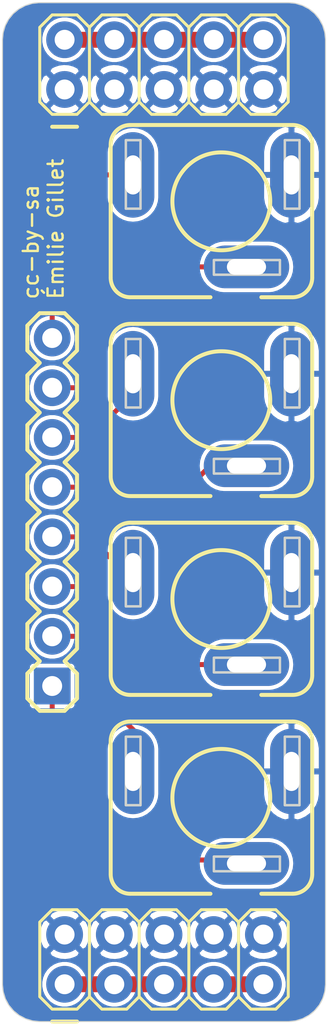
<source format=kicad_pcb>
(kicad_pcb (version 20171130) (host pcbnew "(5.1.5)-3")

  (general
    (thickness 1.6)
    (drawings 10)
    (tracks 41)
    (zones 0)
    (modules 7)
    (nets 12)
  )

  (page A4)
  (layers
    (0 Top signal)
    (31 Bottom signal)
    (32 B.Adhes user)
    (33 F.Adhes user)
    (34 B.Paste user)
    (35 F.Paste user)
    (36 B.SilkS user)
    (37 F.SilkS user)
    (38 B.Mask user)
    (39 F.Mask user)
    (40 Dwgs.User user)
    (41 Cmts.User user)
    (42 Eco1.User user)
    (43 Eco2.User user)
    (44 Edge.Cuts user)
    (45 Margin user)
    (46 B.CrtYd user)
    (47 F.CrtYd user)
    (48 B.Fab user)
    (49 F.Fab user)
  )

  (setup
    (last_trace_width 0.25)
    (trace_clearance 0.2)
    (zone_clearance 0.508)
    (zone_45_only no)
    (trace_min 0.2)
    (via_size 0.8)
    (via_drill 0.4)
    (via_min_size 0.4)
    (via_min_drill 0.3)
    (uvia_size 0.3)
    (uvia_drill 0.1)
    (uvias_allowed no)
    (uvia_min_size 0.2)
    (uvia_min_drill 0.1)
    (edge_width 0.05)
    (segment_width 0.2)
    (pcb_text_width 0.3)
    (pcb_text_size 1.5 1.5)
    (mod_edge_width 0.12)
    (mod_text_size 1 1)
    (mod_text_width 0.15)
    (pad_size 4.3688 2.1844)
    (pad_drill 2)
    (pad_to_mask_clearance 0.051)
    (solder_mask_min_width 0.25)
    (aux_axis_origin 0 0)
    (visible_elements 7FFFFFFF)
    (pcbplotparams
      (layerselection 0x010fc_ffffffff)
      (usegerberextensions false)
      (usegerberattributes false)
      (usegerberadvancedattributes false)
      (creategerberjobfile false)
      (excludeedgelayer true)
      (linewidth 0.100000)
      (plotframeref false)
      (viasonmask false)
      (mode 1)
      (useauxorigin false)
      (hpglpennumber 1)
      (hpglpenspeed 20)
      (hpglpendiameter 15.000000)
      (psnegative false)
      (psa4output false)
      (plotreference true)
      (plotvalue true)
      (plotinvisibletext false)
      (padsonsilk false)
      (subtractmaskfromsilk false)
      (outputformat 1)
      (mirror false)
      (drillshape 1)
      (scaleselection 1)
      (outputdirectory ""))
  )

  (net 0 "")
  (net 1 GND)
  (net 2 VCC)
  (net 3 VEE)
  (net 4 "Net-(J2-Pad2)")
  (net 5 "Net-(J2-Pad3)")
  (net 6 "Net-(J3-Pad2)")
  (net 7 "Net-(J3-Pad3)")
  (net 8 "Net-(J4-Pad2)")
  (net 9 "Net-(J4-Pad3)")
  (net 10 "Net-(J1-Pad2)")
  (net 11 "Net-(J1-Pad3)")

  (net_class Default "This is the default net class."
    (clearance 0.2)
    (trace_width 0.25)
    (via_dia 0.8)
    (via_drill 0.4)
    (uvia_dia 0.3)
    (uvia_drill 0.1)
    (add_net GND)
    (add_net "Net-(J1-Pad2)")
    (add_net "Net-(J1-Pad3)")
    (add_net "Net-(J2-Pad2)")
    (add_net "Net-(J2-Pad3)")
    (add_net "Net-(J3-Pad2)")
    (add_net "Net-(J3-Pad3)")
    (add_net "Net-(J4-Pad2)")
    (add_net "Net-(J4-Pad3)")
    (add_net VCC)
    (add_net VEE)
  )

  (module bbf-eurojacks_v1:AVR_ICSP (layer Top) (tedit 0) (tstamp 5E6E68F4)
    (at 148.5011 82.1386 90)
    (descr "<b>PIN HEADER</b>")
    (path /0B60073D)
    (fp_text reference JP1 (at -2.794 3.302 180) (layer F.SilkS) hide
      (effects (font (size 0.38608 0.38608) (thickness 0.032512)) (justify right top))
    )
    (fp_text value M05X2PTH (at -2.794 0.254 180) (layer F.Fab) hide
      (effects (font (size 0.38608 0.38608) (thickness 0.032512)) (justify right top))
    )
    (fp_poly (pts (xy 1.016 2.794) (xy 1.524 2.794) (xy 1.524 2.286) (xy 1.016 2.286)) (layer F.Fab) (width 0))
    (fp_poly (pts (xy -1.524 2.794) (xy -1.016 2.794) (xy -1.016 2.286) (xy -1.524 2.286)) (layer F.Fab) (width 0))
    (fp_poly (pts (xy -1.524 5.334) (xy -1.016 5.334) (xy -1.016 4.826) (xy -1.524 4.826)) (layer F.Fab) (width 0))
    (fp_poly (pts (xy 1.016 5.334) (xy 1.524 5.334) (xy 1.524 4.826) (xy 1.016 4.826)) (layer F.Fab) (width 0))
    (fp_poly (pts (xy -1.524 0.254) (xy -1.016 0.254) (xy -1.016 -0.254) (xy -1.524 -0.254)) (layer F.SilkS) (width 0))
    (fp_poly (pts (xy 1.016 0.254) (xy 1.524 0.254) (xy 1.524 -0.254) (xy 1.016 -0.254)) (layer F.Fab) (width 0))
    (fp_poly (pts (xy -1.524 -2.286) (xy -1.016 -2.286) (xy -1.016 -2.794) (xy -1.524 -2.794)) (layer F.Fab) (width 0))
    (fp_poly (pts (xy 1.016 -2.286) (xy 1.524 -2.286) (xy 1.524 -2.794) (xy 1.016 -2.794)) (layer F.Fab) (width 0))
    (fp_poly (pts (xy 1.016 -4.826) (xy 1.524 -4.826) (xy 1.524 -5.334) (xy 1.016 -5.334)) (layer F.Fab) (width 0))
    (fp_poly (pts (xy -1.524 -4.826) (xy -1.016 -4.826) (xy -1.016 -5.334) (xy -1.524 -5.334)) (layer F.Fab) (width 0))
    (fp_line (start -3.175 -5.715) (end -3.175 -4.445) (layer F.SilkS) (width 0.2032))
    (fp_line (start -2.54 4.445) (end -2.54 5.715) (layer F.SilkS) (width 0.1524))
    (fp_line (start 1.905 6.35) (end -1.905 6.35) (layer F.SilkS) (width 0.1524))
    (fp_line (start 2.54 5.715) (end 1.905 6.35) (layer F.SilkS) (width 0.1524))
    (fp_line (start 2.54 4.445) (end 2.54 5.715) (layer F.SilkS) (width 0.1524))
    (fp_line (start 1.905 3.81) (end 2.54 4.445) (layer F.SilkS) (width 0.1524))
    (fp_line (start -2.54 5.715) (end -1.905 6.35) (layer F.SilkS) (width 0.1524))
    (fp_line (start -1.905 3.81) (end -2.54 4.445) (layer F.SilkS) (width 0.1524))
    (fp_line (start -2.54 -5.715) (end -2.54 -4.445) (layer F.SilkS) (width 0.1524))
    (fp_line (start -2.54 -3.175) (end -2.54 -1.905) (layer F.SilkS) (width 0.1524))
    (fp_line (start -2.54 -0.635) (end -2.54 0.635) (layer F.SilkS) (width 0.1524))
    (fp_line (start -2.54 1.905) (end -2.54 3.175) (layer F.SilkS) (width 0.1524))
    (fp_line (start 1.905 3.81) (end -1.905 3.81) (layer F.SilkS) (width 0.1524))
    (fp_line (start 1.905 1.27) (end -1.905 1.27) (layer F.SilkS) (width 0.1524))
    (fp_line (start 1.905 -1.27) (end -1.905 -1.27) (layer F.SilkS) (width 0.1524))
    (fp_line (start 1.905 -3.81) (end -1.905 -3.81) (layer F.SilkS) (width 0.1524))
    (fp_line (start 2.54 3.175) (end 1.905 3.81) (layer F.SilkS) (width 0.1524))
    (fp_line (start 2.54 1.905) (end 2.54 3.175) (layer F.SilkS) (width 0.1524))
    (fp_line (start 1.905 1.27) (end 2.54 1.905) (layer F.SilkS) (width 0.1524))
    (fp_line (start 2.54 0.635) (end 1.905 1.27) (layer F.SilkS) (width 0.1524))
    (fp_line (start 2.54 -0.635) (end 2.54 0.635) (layer F.SilkS) (width 0.1524))
    (fp_line (start 1.905 -1.27) (end 2.54 -0.635) (layer F.SilkS) (width 0.1524))
    (fp_line (start 2.54 -1.905) (end 1.905 -1.27) (layer F.SilkS) (width 0.1524))
    (fp_line (start 2.54 -3.175) (end 2.54 -1.905) (layer F.SilkS) (width 0.1524))
    (fp_line (start 1.905 -3.81) (end 2.54 -3.175) (layer F.SilkS) (width 0.1524))
    (fp_line (start 2.54 -4.445) (end 1.905 -3.81) (layer F.SilkS) (width 0.1524))
    (fp_line (start 2.54 -5.715) (end 2.54 -4.445) (layer F.SilkS) (width 0.1524))
    (fp_line (start 1.905 -6.35) (end 2.54 -5.715) (layer F.SilkS) (width 0.1524))
    (fp_line (start -1.905 -6.35) (end 1.905 -6.35) (layer F.SilkS) (width 0.1524))
    (fp_line (start -2.54 3.175) (end -1.905 3.81) (layer F.SilkS) (width 0.1524))
    (fp_line (start -1.905 1.27) (end -2.54 1.905) (layer F.SilkS) (width 0.1524))
    (fp_line (start -2.54 0.635) (end -1.905 1.27) (layer F.SilkS) (width 0.1524))
    (fp_line (start -1.905 -1.27) (end -2.54 -0.635) (layer F.SilkS) (width 0.1524))
    (fp_line (start -2.54 -1.905) (end -1.905 -1.27) (layer F.SilkS) (width 0.1524))
    (fp_line (start -1.905 -3.81) (end -2.54 -3.175) (layer F.SilkS) (width 0.1524))
    (fp_line (start -2.54 -4.445) (end -1.905 -3.81) (layer F.SilkS) (width 0.1524))
    (fp_line (start -1.905 -6.35) (end -2.54 -5.715) (layer F.SilkS) (width 0.1524))
    (pad 10 thru_hole circle (at 1.27 5.08) (size 1.8796 1.8796) (drill 1.016) (layers *.Cu *.Mask)
      (net 2 VCC) (solder_mask_margin 0.1016))
    (pad 9 thru_hole circle (at -1.27 5.08) (size 1.8796 1.8796) (drill 1.016) (layers *.Cu *.Mask)
      (net 1 GND) (solder_mask_margin 0.1016))
    (pad 8 thru_hole circle (at 1.27 2.54) (size 1.8796 1.8796) (drill 1.016) (layers *.Cu *.Mask)
      (net 2 VCC) (solder_mask_margin 0.1016))
    (pad 7 thru_hole circle (at -1.27 2.54) (size 1.8796 1.8796) (drill 1.016) (layers *.Cu *.Mask)
      (net 1 GND) (solder_mask_margin 0.1016))
    (pad 6 thru_hole circle (at 1.27 0) (size 1.8796 1.8796) (drill 1.016) (layers *.Cu *.Mask)
      (net 2 VCC) (solder_mask_margin 0.1016))
    (pad 5 thru_hole circle (at -1.27 0) (size 1.8796 1.8796) (drill 1.016) (layers *.Cu *.Mask)
      (net 1 GND) (solder_mask_margin 0.1016))
    (pad 4 thru_hole circle (at 1.27 -2.54) (size 1.8796 1.8796) (drill 1.016) (layers *.Cu *.Mask)
      (net 2 VCC) (solder_mask_margin 0.1016))
    (pad 3 thru_hole circle (at -1.27 -2.54) (size 1.8796 1.8796) (drill 1.016) (layers *.Cu *.Mask)
      (net 1 GND) (solder_mask_margin 0.1016))
    (pad 2 thru_hole circle (at 1.27 -5.08) (size 1.8796 1.8796) (drill 1.016) (layers *.Cu *.Mask)
      (net 2 VCC) (solder_mask_margin 0.1016))
    (pad 1 thru_hole circle (at -1.27 -5.08) (size 1.8796 1.8796) (drill 1.016) (layers *.Cu *.Mask)
      (net 1 GND) (solder_mask_margin 0.1016))
  )

  (module bbf-eurojacks_v1:AVR_ICSP (layer Top) (tedit 0) (tstamp 5E6E6930)
    (at 148.5011 127.8586 90)
    (descr "<b>PIN HEADER</b>")
    (path /8182258E)
    (fp_text reference JP3 (at -2.794 3.302 180) (layer F.SilkS) hide
      (effects (font (size 0.38608 0.38608) (thickness 0.032512)) (justify right top))
    )
    (fp_text value M05X2PTH (at -2.794 0.254 180) (layer F.Fab) hide
      (effects (font (size 0.38608 0.38608) (thickness 0.032512)) (justify right top))
    )
    (fp_poly (pts (xy 1.016 2.794) (xy 1.524 2.794) (xy 1.524 2.286) (xy 1.016 2.286)) (layer F.Fab) (width 0))
    (fp_poly (pts (xy -1.524 2.794) (xy -1.016 2.794) (xy -1.016 2.286) (xy -1.524 2.286)) (layer F.Fab) (width 0))
    (fp_poly (pts (xy -1.524 5.334) (xy -1.016 5.334) (xy -1.016 4.826) (xy -1.524 4.826)) (layer F.Fab) (width 0))
    (fp_poly (pts (xy 1.016 5.334) (xy 1.524 5.334) (xy 1.524 4.826) (xy 1.016 4.826)) (layer F.Fab) (width 0))
    (fp_poly (pts (xy -1.524 0.254) (xy -1.016 0.254) (xy -1.016 -0.254) (xy -1.524 -0.254)) (layer F.SilkS) (width 0))
    (fp_poly (pts (xy 1.016 0.254) (xy 1.524 0.254) (xy 1.524 -0.254) (xy 1.016 -0.254)) (layer F.Fab) (width 0))
    (fp_poly (pts (xy -1.524 -2.286) (xy -1.016 -2.286) (xy -1.016 -2.794) (xy -1.524 -2.794)) (layer F.Fab) (width 0))
    (fp_poly (pts (xy 1.016 -2.286) (xy 1.524 -2.286) (xy 1.524 -2.794) (xy 1.016 -2.794)) (layer F.Fab) (width 0))
    (fp_poly (pts (xy 1.016 -4.826) (xy 1.524 -4.826) (xy 1.524 -5.334) (xy 1.016 -5.334)) (layer F.Fab) (width 0))
    (fp_poly (pts (xy -1.524 -4.826) (xy -1.016 -4.826) (xy -1.016 -5.334) (xy -1.524 -5.334)) (layer F.Fab) (width 0))
    (fp_line (start -3.175 -5.715) (end -3.175 -4.445) (layer F.SilkS) (width 0.2032))
    (fp_line (start -2.54 4.445) (end -2.54 5.715) (layer F.SilkS) (width 0.1524))
    (fp_line (start 1.905 6.35) (end -1.905 6.35) (layer F.SilkS) (width 0.1524))
    (fp_line (start 2.54 5.715) (end 1.905 6.35) (layer F.SilkS) (width 0.1524))
    (fp_line (start 2.54 4.445) (end 2.54 5.715) (layer F.SilkS) (width 0.1524))
    (fp_line (start 1.905 3.81) (end 2.54 4.445) (layer F.SilkS) (width 0.1524))
    (fp_line (start -2.54 5.715) (end -1.905 6.35) (layer F.SilkS) (width 0.1524))
    (fp_line (start -1.905 3.81) (end -2.54 4.445) (layer F.SilkS) (width 0.1524))
    (fp_line (start -2.54 -5.715) (end -2.54 -4.445) (layer F.SilkS) (width 0.1524))
    (fp_line (start -2.54 -3.175) (end -2.54 -1.905) (layer F.SilkS) (width 0.1524))
    (fp_line (start -2.54 -0.635) (end -2.54 0.635) (layer F.SilkS) (width 0.1524))
    (fp_line (start -2.54 1.905) (end -2.54 3.175) (layer F.SilkS) (width 0.1524))
    (fp_line (start 1.905 3.81) (end -1.905 3.81) (layer F.SilkS) (width 0.1524))
    (fp_line (start 1.905 1.27) (end -1.905 1.27) (layer F.SilkS) (width 0.1524))
    (fp_line (start 1.905 -1.27) (end -1.905 -1.27) (layer F.SilkS) (width 0.1524))
    (fp_line (start 1.905 -3.81) (end -1.905 -3.81) (layer F.SilkS) (width 0.1524))
    (fp_line (start 2.54 3.175) (end 1.905 3.81) (layer F.SilkS) (width 0.1524))
    (fp_line (start 2.54 1.905) (end 2.54 3.175) (layer F.SilkS) (width 0.1524))
    (fp_line (start 1.905 1.27) (end 2.54 1.905) (layer F.SilkS) (width 0.1524))
    (fp_line (start 2.54 0.635) (end 1.905 1.27) (layer F.SilkS) (width 0.1524))
    (fp_line (start 2.54 -0.635) (end 2.54 0.635) (layer F.SilkS) (width 0.1524))
    (fp_line (start 1.905 -1.27) (end 2.54 -0.635) (layer F.SilkS) (width 0.1524))
    (fp_line (start 2.54 -1.905) (end 1.905 -1.27) (layer F.SilkS) (width 0.1524))
    (fp_line (start 2.54 -3.175) (end 2.54 -1.905) (layer F.SilkS) (width 0.1524))
    (fp_line (start 1.905 -3.81) (end 2.54 -3.175) (layer F.SilkS) (width 0.1524))
    (fp_line (start 2.54 -4.445) (end 1.905 -3.81) (layer F.SilkS) (width 0.1524))
    (fp_line (start 2.54 -5.715) (end 2.54 -4.445) (layer F.SilkS) (width 0.1524))
    (fp_line (start 1.905 -6.35) (end 2.54 -5.715) (layer F.SilkS) (width 0.1524))
    (fp_line (start -1.905 -6.35) (end 1.905 -6.35) (layer F.SilkS) (width 0.1524))
    (fp_line (start -2.54 3.175) (end -1.905 3.81) (layer F.SilkS) (width 0.1524))
    (fp_line (start -1.905 1.27) (end -2.54 1.905) (layer F.SilkS) (width 0.1524))
    (fp_line (start -2.54 0.635) (end -1.905 1.27) (layer F.SilkS) (width 0.1524))
    (fp_line (start -1.905 -1.27) (end -2.54 -0.635) (layer F.SilkS) (width 0.1524))
    (fp_line (start -2.54 -1.905) (end -1.905 -1.27) (layer F.SilkS) (width 0.1524))
    (fp_line (start -1.905 -3.81) (end -2.54 -3.175) (layer F.SilkS) (width 0.1524))
    (fp_line (start -2.54 -4.445) (end -1.905 -3.81) (layer F.SilkS) (width 0.1524))
    (fp_line (start -1.905 -6.35) (end -2.54 -5.715) (layer F.SilkS) (width 0.1524))
    (pad 10 thru_hole circle (at 1.27 5.08) (size 1.8796 1.8796) (drill 1.016) (layers *.Cu *.Mask)
      (net 1 GND) (solder_mask_margin 0.1016))
    (pad 9 thru_hole circle (at -1.27 5.08) (size 1.8796 1.8796) (drill 1.016) (layers *.Cu *.Mask)
      (net 3 VEE) (solder_mask_margin 0.1016))
    (pad 8 thru_hole circle (at 1.27 2.54) (size 1.8796 1.8796) (drill 1.016) (layers *.Cu *.Mask)
      (net 1 GND) (solder_mask_margin 0.1016))
    (pad 7 thru_hole circle (at -1.27 2.54) (size 1.8796 1.8796) (drill 1.016) (layers *.Cu *.Mask)
      (net 3 VEE) (solder_mask_margin 0.1016))
    (pad 6 thru_hole circle (at 1.27 0) (size 1.8796 1.8796) (drill 1.016) (layers *.Cu *.Mask)
      (net 1 GND) (solder_mask_margin 0.1016))
    (pad 5 thru_hole circle (at -1.27 0) (size 1.8796 1.8796) (drill 1.016) (layers *.Cu *.Mask)
      (net 3 VEE) (solder_mask_margin 0.1016))
    (pad 4 thru_hole circle (at 1.27 -2.54) (size 1.8796 1.8796) (drill 1.016) (layers *.Cu *.Mask)
      (net 1 GND) (solder_mask_margin 0.1016))
    (pad 3 thru_hole circle (at -1.27 -2.54) (size 1.8796 1.8796) (drill 1.016) (layers *.Cu *.Mask)
      (net 3 VEE) (solder_mask_margin 0.1016))
    (pad 2 thru_hole circle (at 1.27 -5.08) (size 1.8796 1.8796) (drill 1.016) (layers *.Cu *.Mask)
      (net 1 GND) (solder_mask_margin 0.1016))
    (pad 1 thru_hole circle (at -1.27 -5.08) (size 1.8796 1.8796) (drill 1.016) (layers *.Cu *.Mask)
      (net 3 VEE) (solder_mask_margin 0.1016))
  )

  (module bbf-eurojacks_v1:1502_03_SLOTTED (layer Top) (tedit 5E6E6337) (tstamp 5E6E696C)
    (at 151.6761 99.2836 90)
    (path /C3E76336)
    (fp_text reference J2 (at -4.675 -6.445 90) (layer F.SilkS) hide
      (effects (font (size 1.2065 1.2065) (thickness 0.1016)) (justify left bottom))
    )
    (fp_text value 1502_03SLOTTED (at 0 0 90) (layer F.SilkS) hide
      (effects (font (size 1.27 1.27) (thickness 0.15)))
    )
    (fp_circle (center 0 -0.246) (end 3.6 -0.246) (layer F.Fab) (width 0.2032))
    (fp_circle (center 0 -0.246) (end 2.5 -0.246) (layer F.SilkS) (width 0.2032))
    (fp_line (start 3.125 3.75) (end 3.125 3) (layer Edge.Cuts) (width 0.127))
    (fp_line (start -0.375 3.75) (end 3.125 3.75) (layer Edge.Cuts) (width 0.127))
    (fp_line (start -0.375 3) (end -0.375 3.75) (layer Edge.Cuts) (width 0.127))
    (fp_line (start 3.125 3) (end -0.375 3) (layer Edge.Cuts) (width 0.127))
    (fp_line (start -3.75 2.75) (end -3.75 -0.625) (layer Edge.Cuts) (width 0.127))
    (fp_line (start -3 2.75) (end -3.75 2.75) (layer Edge.Cuts) (width 0.127))
    (fp_line (start -3 -0.625) (end -3 2.75) (layer Edge.Cuts) (width 0.127))
    (fp_line (start -3.75 -0.625) (end -3 -0.625) (layer Edge.Cuts) (width 0.127))
    (fp_line (start 3.125 -5.125) (end -0.375 -5.125) (layer Edge.Cuts) (width 0.127))
    (fp_line (start 3.125 -4.375) (end 3.125 -5.125) (layer Edge.Cuts) (width 0.127))
    (fp_line (start -0.375 -4.375) (end 3.125 -4.375) (layer Edge.Cuts) (width 0.127))
    (fp_line (start -0.375 -5.125) (end -0.375 -4.375) (layer Edge.Cuts) (width 0.127))
    (fp_line (start -4.9 3.4) (end -4.9 1.8) (layer F.SilkS) (width 0.2032))
    (fp_arc (start -3.9 3.4) (end -3.9 4.4) (angle 90) (layer F.SilkS) (width 0.2032))
    (fp_line (start 2.9 4.4) (end -3.9 4.4) (layer F.SilkS) (width 0.2032))
    (fp_arc (start 2.9 3.4) (end 3.9 3.4) (angle 90) (layer F.SilkS) (width 0.2032))
    (fp_line (start 3.9 -4.9) (end 3.9 3.4) (layer F.SilkS) (width 0.2032))
    (fp_arc (start 2.9 -4.9) (end 2.9 -5.9) (angle 90) (layer F.SilkS) (width 0.2032))
    (fp_line (start -3.9 -5.9) (end 2.9 -5.9) (layer F.SilkS) (width 0.2032))
    (fp_arc (start -3.9 -4.9) (end -4.9 -4.9) (angle 90) (layer F.SilkS) (width 0.2032))
    (fp_line (start -4.9 -0.8) (end -4.9 -4.9) (layer F.SilkS) (width 0.2032))
    (fp_line (start -4.9 1.8) (end -4.9 -0.8) (layer F.Fab) (width 0.2032))
    (pad 2 thru_hole oval (at 1.35 -4.76 270) (size 4.3688 2.1844) (drill oval 2 0.8) (layers *.Cu *.Mask)
      (net 4 "Net-(J2-Pad2)") (solder_mask_margin 0.1016))
    (pad 3 thru_hole oval (at -3.35 1.04 180) (size 4.3688 2.1844) (drill oval 2 0.8) (layers *.Cu *.Mask)
      (net 5 "Net-(J2-Pad3)") (solder_mask_margin 0.1016))
    (pad 1 thru_hole oval (at 1.35 3.34 270) (size 4.3688 2.1844) (drill oval 2 0.8) (layers *.Cu *.Mask)
      (net 1 GND) (solder_mask_margin 0.1016))
  )

  (module bbf-eurojacks_v1:1502_03_SLOTTED (layer Top) (tedit 5E6E6356) (tstamp 5E6E698A)
    (at 151.6761 109.4436 90)
    (path /B665FDA9)
    (fp_text reference J3 (at -4.675 -6.445 90) (layer F.SilkS) hide
      (effects (font (size 1.2065 1.2065) (thickness 0.1016)) (justify left bottom))
    )
    (fp_text value 1502_03SLOTTED (at 0 0 90) (layer F.SilkS) hide
      (effects (font (size 1.27 1.27) (thickness 0.15)))
    )
    (fp_circle (center 0 -0.246) (end 3.6 -0.246) (layer F.Fab) (width 0.2032))
    (fp_circle (center 0 -0.246) (end 2.5 -0.246) (layer F.SilkS) (width 0.2032))
    (fp_line (start 3.125 3.75) (end 3.125 3) (layer Edge.Cuts) (width 0.127))
    (fp_line (start -0.375 3.75) (end 3.125 3.75) (layer Edge.Cuts) (width 0.127))
    (fp_line (start -0.375 3) (end -0.375 3.75) (layer Edge.Cuts) (width 0.127))
    (fp_line (start 3.125 3) (end -0.375 3) (layer Edge.Cuts) (width 0.127))
    (fp_line (start -3.75 2.75) (end -3.75 -0.625) (layer Edge.Cuts) (width 0.127))
    (fp_line (start -3 2.75) (end -3.75 2.75) (layer Edge.Cuts) (width 0.127))
    (fp_line (start -3 -0.625) (end -3 2.75) (layer Edge.Cuts) (width 0.127))
    (fp_line (start -3.75 -0.625) (end -3 -0.625) (layer Edge.Cuts) (width 0.127))
    (fp_line (start 3.125 -5.125) (end -0.375 -5.125) (layer Edge.Cuts) (width 0.127))
    (fp_line (start 3.125 -4.375) (end 3.125 -5.125) (layer Edge.Cuts) (width 0.127))
    (fp_line (start -0.375 -4.375) (end 3.125 -4.375) (layer Edge.Cuts) (width 0.127))
    (fp_line (start -0.375 -5.125) (end -0.375 -4.375) (layer Edge.Cuts) (width 0.127))
    (fp_line (start -4.9 3.4) (end -4.9 1.8) (layer F.SilkS) (width 0.2032))
    (fp_arc (start -3.9 3.4) (end -3.9 4.4) (angle 90) (layer F.SilkS) (width 0.2032))
    (fp_line (start 2.9 4.4) (end -3.9 4.4) (layer F.SilkS) (width 0.2032))
    (fp_arc (start 2.9 3.4) (end 3.9 3.4) (angle 90) (layer F.SilkS) (width 0.2032))
    (fp_line (start 3.9 -4.9) (end 3.9 3.4) (layer F.SilkS) (width 0.2032))
    (fp_arc (start 2.9 -4.9) (end 2.9 -5.9) (angle 90) (layer F.SilkS) (width 0.2032))
    (fp_line (start -3.9 -5.9) (end 2.9 -5.9) (layer F.SilkS) (width 0.2032))
    (fp_arc (start -3.9 -4.9) (end -4.9 -4.9) (angle 90) (layer F.SilkS) (width 0.2032))
    (fp_line (start -4.9 -0.8) (end -4.9 -4.9) (layer F.SilkS) (width 0.2032))
    (fp_line (start -4.9 1.8) (end -4.9 -0.8) (layer F.Fab) (width 0.2032))
    (pad 2 thru_hole oval (at 1.35 -4.76 270) (size 4.3688 2.1844) (drill oval 2 0.8) (layers *.Cu *.Mask)
      (net 6 "Net-(J3-Pad2)") (solder_mask_margin 0.1016))
    (pad 3 thru_hole oval (at -3.35 1.04 180) (size 4.3688 2.1844) (drill oval 2 0.8) (layers *.Cu *.Mask)
      (net 7 "Net-(J3-Pad3)") (solder_mask_margin 0.1016))
    (pad 1 thru_hole oval (at 1.35 3.34 270) (size 4.3688 2.1844) (drill oval 2 0.8) (layers *.Cu *.Mask)
      (net 1 GND) (solder_mask_margin 0.1016))
  )

  (module bbf-eurojacks_v1:1502_03_SLOTTED (layer Top) (tedit 5E6E636E) (tstamp 5E6E69A8)
    (at 151.6761 119.6036 90)
    (path /FA7CA15B)
    (fp_text reference J4 (at -4.675 -6.445 90) (layer F.SilkS) hide
      (effects (font (size 1.2065 1.2065) (thickness 0.1016)) (justify left bottom))
    )
    (fp_text value 1502_03SLOTTED (at 0 0 90) (layer F.SilkS) hide
      (effects (font (size 1.27 1.27) (thickness 0.15)))
    )
    (fp_circle (center 0 -0.246) (end 3.6 -0.246) (layer F.Fab) (width 0.2032))
    (fp_circle (center 0 -0.246) (end 2.5 -0.246) (layer F.SilkS) (width 0.2032))
    (fp_line (start 3.125 3.75) (end 3.125 3) (layer Edge.Cuts) (width 0.127))
    (fp_line (start -0.375 3.75) (end 3.125 3.75) (layer Edge.Cuts) (width 0.127))
    (fp_line (start -0.375 3) (end -0.375 3.75) (layer Edge.Cuts) (width 0.127))
    (fp_line (start 3.125 3) (end -0.375 3) (layer Edge.Cuts) (width 0.127))
    (fp_line (start -3.75 2.75) (end -3.75 -0.625) (layer Edge.Cuts) (width 0.127))
    (fp_line (start -3 2.75) (end -3.75 2.75) (layer Edge.Cuts) (width 0.127))
    (fp_line (start -3 -0.625) (end -3 2.75) (layer Edge.Cuts) (width 0.127))
    (fp_line (start -3.75 -0.625) (end -3 -0.625) (layer Edge.Cuts) (width 0.127))
    (fp_line (start 3.125 -5.125) (end -0.375 -5.125) (layer Edge.Cuts) (width 0.127))
    (fp_line (start 3.125 -4.375) (end 3.125 -5.125) (layer Edge.Cuts) (width 0.127))
    (fp_line (start -0.375 -4.375) (end 3.125 -4.375) (layer Edge.Cuts) (width 0.127))
    (fp_line (start -0.375 -5.125) (end -0.375 -4.375) (layer Edge.Cuts) (width 0.127))
    (fp_line (start -4.9 3.4) (end -4.9 1.8) (layer F.SilkS) (width 0.2032))
    (fp_arc (start -3.9 3.4) (end -3.9 4.4) (angle 90) (layer F.SilkS) (width 0.2032))
    (fp_line (start 2.9 4.4) (end -3.9 4.4) (layer F.SilkS) (width 0.2032))
    (fp_arc (start 2.9 3.4) (end 3.9 3.4) (angle 90) (layer F.SilkS) (width 0.2032))
    (fp_line (start 3.9 -4.9) (end 3.9 3.4) (layer F.SilkS) (width 0.2032))
    (fp_arc (start 2.9 -4.9) (end 2.9 -5.9) (angle 90) (layer F.SilkS) (width 0.2032))
    (fp_line (start -3.9 -5.9) (end 2.9 -5.9) (layer F.SilkS) (width 0.2032))
    (fp_arc (start -3.9 -4.9) (end -4.9 -4.9) (angle 90) (layer F.SilkS) (width 0.2032))
    (fp_line (start -4.9 -0.8) (end -4.9 -4.9) (layer F.SilkS) (width 0.2032))
    (fp_line (start -4.9 1.8) (end -4.9 -0.8) (layer F.Fab) (width 0.2032))
    (pad 2 thru_hole oval (at 1.35 -4.76 270) (size 4.3688 2.1844) (drill oval 2 0.8) (layers *.Cu *.Mask)
      (net 8 "Net-(J4-Pad2)") (solder_mask_margin 0.1016))
    (pad 3 thru_hole oval (at -3.35 1.04 180) (size 4.3688 2.1844) (drill oval 2 0.8) (layers *.Cu *.Mask)
      (net 9 "Net-(J4-Pad3)") (solder_mask_margin 0.1016))
    (pad 1 thru_hole oval (at 1.35 3.34 270) (size 4.3688 2.1844) (drill oval 2 0.8) (layers *.Cu *.Mask)
      (net 1 GND) (solder_mask_margin 0.1016))
  )

  (module bbf-eurojacks_v1:1502_03_SLOTTED (layer Top) (tedit 5E6E6318) (tstamp 5E6E69C6)
    (at 151.6761 89.1236 90)
    (path /449C7C68)
    (fp_text reference J1 (at -4.675 -6.445 90) (layer F.SilkS) hide
      (effects (font (size 1.2065 1.2065) (thickness 0.1016)) (justify left bottom))
    )
    (fp_text value 1502_03SLOTTED (at 0 0 90) (layer F.SilkS) hide
      (effects (font (size 1.27 1.27) (thickness 0.15)))
    )
    (fp_circle (center 0 -0.246) (end 3.6 -0.246) (layer F.Fab) (width 0.2032))
    (fp_circle (center 0 -0.246) (end 2.5 -0.246) (layer F.SilkS) (width 0.2032))
    (fp_line (start 3.125 3.75) (end 3.125 3) (layer Edge.Cuts) (width 0.127))
    (fp_line (start -0.375 3.75) (end 3.125 3.75) (layer Edge.Cuts) (width 0.127))
    (fp_line (start -0.375 3) (end -0.375 3.75) (layer Edge.Cuts) (width 0.127))
    (fp_line (start 3.125 3) (end -0.375 3) (layer Edge.Cuts) (width 0.127))
    (fp_line (start -3.75 2.75) (end -3.75 -0.625) (layer Edge.Cuts) (width 0.127))
    (fp_line (start -3 2.75) (end -3.75 2.75) (layer Edge.Cuts) (width 0.127))
    (fp_line (start -3 -0.625) (end -3 2.75) (layer Edge.Cuts) (width 0.127))
    (fp_line (start -3.75 -0.625) (end -3 -0.625) (layer Edge.Cuts) (width 0.127))
    (fp_line (start 3.125 -5.125) (end -0.375 -5.125) (layer Edge.Cuts) (width 0.127))
    (fp_line (start 3.125 -4.375) (end 3.125 -5.125) (layer Edge.Cuts) (width 0.127))
    (fp_line (start -0.375 -4.375) (end 3.125 -4.375) (layer Edge.Cuts) (width 0.127))
    (fp_line (start -0.375 -5.125) (end -0.375 -4.375) (layer Edge.Cuts) (width 0.127))
    (fp_line (start -4.9 3.4) (end -4.9 1.8) (layer F.SilkS) (width 0.2032))
    (fp_arc (start -3.9 3.4) (end -3.9 4.4) (angle 90) (layer F.SilkS) (width 0.2032))
    (fp_line (start 2.9 4.4) (end -3.9 4.4) (layer F.SilkS) (width 0.2032))
    (fp_arc (start 2.9 3.4) (end 3.9 3.4) (angle 90) (layer F.SilkS) (width 0.2032))
    (fp_line (start 3.9 -4.9) (end 3.9 3.4) (layer F.SilkS) (width 0.2032))
    (fp_arc (start 2.9 -4.9) (end 2.9 -5.9) (angle 90) (layer F.SilkS) (width 0.2032))
    (fp_line (start -3.9 -5.9) (end 2.9 -5.9) (layer F.SilkS) (width 0.2032))
    (fp_arc (start -3.9 -4.9) (end -4.9 -4.9) (angle 90) (layer F.SilkS) (width 0.2032))
    (fp_line (start -4.9 -0.8) (end -4.9 -4.9) (layer F.SilkS) (width 0.2032))
    (fp_line (start -4.9 1.8) (end -4.9 -0.8) (layer F.Fab) (width 0.2032))
    (pad 2 thru_hole oval (at 1.35 -4.76 270) (size 4.3688 2.1844) (drill oval 2 0.8) (layers *.Cu *.Mask)
      (net 10 "Net-(J1-Pad2)") (solder_mask_margin 0.1016))
    (pad 3 thru_hole oval (at -3.35 1.04 180) (size 4.3688 2.1844) (drill oval 2 0.8) (layers *.Cu *.Mask)
      (net 11 "Net-(J1-Pad3)") (solder_mask_margin 0.1016))
    (pad 1 thru_hole oval (at 1.35 3.34 270) (size 4.3688 2.1844) (drill oval 2 0.8) (layers *.Cu *.Mask)
      (net 1 GND) (solder_mask_margin 0.1016))
  )

  (module bbf-eurojacks_v1:1X08 (layer Top) (tedit 0) (tstamp 5E6E69E4)
    (at 142.7861 113.8886 90)
    (path /BAFA783C)
    (fp_text reference JP2 (at -1.3462 -1.8288 90) (layer F.SilkS) hide
      (effects (font (size 1.2065 1.2065) (thickness 0.127)) (justify left bottom))
    )
    (fp_text value M08 (at -1.27 3.175 90) (layer F.Fab)
      (effects (font (size 1.2065 1.2065) (thickness 0.09652)) (justify left bottom))
    )
    (fp_poly (pts (xy 17.526 0.254) (xy 18.034 0.254) (xy 18.034 -0.254) (xy 17.526 -0.254)) (layer F.Fab) (width 0))
    (fp_poly (pts (xy -0.254 0.254) (xy 0.254 0.254) (xy 0.254 -0.254) (xy -0.254 -0.254)) (layer F.Fab) (width 0))
    (fp_poly (pts (xy 2.286 0.254) (xy 2.794 0.254) (xy 2.794 -0.254) (xy 2.286 -0.254)) (layer F.Fab) (width 0))
    (fp_poly (pts (xy 4.826 0.254) (xy 5.334 0.254) (xy 5.334 -0.254) (xy 4.826 -0.254)) (layer F.Fab) (width 0))
    (fp_poly (pts (xy 7.366 0.254) (xy 7.874 0.254) (xy 7.874 -0.254) (xy 7.366 -0.254)) (layer F.Fab) (width 0))
    (fp_poly (pts (xy 9.906 0.254) (xy 10.414 0.254) (xy 10.414 -0.254) (xy 9.906 -0.254)) (layer F.Fab) (width 0))
    (fp_poly (pts (xy 12.446 0.254) (xy 12.954 0.254) (xy 12.954 -0.254) (xy 12.446 -0.254)) (layer F.Fab) (width 0))
    (fp_poly (pts (xy 14.986 0.254) (xy 15.494 0.254) (xy 15.494 -0.254) (xy 14.986 -0.254)) (layer F.Fab) (width 0))
    (fp_line (start 18.415 1.27) (end 17.145 1.27) (layer F.SilkS) (width 0.2032))
    (fp_line (start 16.51 0.635) (end 17.145 1.27) (layer F.SilkS) (width 0.2032))
    (fp_line (start 17.145 -1.27) (end 16.51 -0.635) (layer F.SilkS) (width 0.2032))
    (fp_line (start 19.05 0.635) (end 18.415 1.27) (layer F.SilkS) (width 0.2032))
    (fp_line (start 19.05 -0.635) (end 19.05 0.635) (layer F.SilkS) (width 0.2032))
    (fp_line (start 18.415 -1.27) (end 19.05 -0.635) (layer F.SilkS) (width 0.2032))
    (fp_line (start 17.145 -1.27) (end 18.415 -1.27) (layer F.SilkS) (width 0.2032))
    (fp_line (start 0.635 1.27) (end -0.635 1.27) (layer F.SilkS) (width 0.2032))
    (fp_line (start -1.27 0.635) (end -0.635 1.27) (layer F.SilkS) (width 0.2032))
    (fp_line (start -0.635 -1.27) (end -1.27 -0.635) (layer F.SilkS) (width 0.2032))
    (fp_line (start -1.27 -0.635) (end -1.27 0.635) (layer F.SilkS) (width 0.2032))
    (fp_line (start 1.905 1.27) (end 1.27 0.635) (layer F.SilkS) (width 0.2032))
    (fp_line (start 3.175 1.27) (end 1.905 1.27) (layer F.SilkS) (width 0.2032))
    (fp_line (start 3.81 0.635) (end 3.175 1.27) (layer F.SilkS) (width 0.2032))
    (fp_line (start 3.175 -1.27) (end 3.81 -0.635) (layer F.SilkS) (width 0.2032))
    (fp_line (start 1.905 -1.27) (end 3.175 -1.27) (layer F.SilkS) (width 0.2032))
    (fp_line (start 1.27 -0.635) (end 1.905 -1.27) (layer F.SilkS) (width 0.2032))
    (fp_line (start 1.27 0.635) (end 0.635 1.27) (layer F.SilkS) (width 0.2032))
    (fp_line (start 0.635 -1.27) (end 1.27 -0.635) (layer F.SilkS) (width 0.2032))
    (fp_line (start -0.635 -1.27) (end 0.635 -1.27) (layer F.SilkS) (width 0.2032))
    (fp_line (start 8.255 1.27) (end 6.985 1.27) (layer F.SilkS) (width 0.2032))
    (fp_line (start 6.35 0.635) (end 6.985 1.27) (layer F.SilkS) (width 0.2032))
    (fp_line (start 6.985 -1.27) (end 6.35 -0.635) (layer F.SilkS) (width 0.2032))
    (fp_line (start 4.445 1.27) (end 3.81 0.635) (layer F.SilkS) (width 0.2032))
    (fp_line (start 5.715 1.27) (end 4.445 1.27) (layer F.SilkS) (width 0.2032))
    (fp_line (start 6.35 0.635) (end 5.715 1.27) (layer F.SilkS) (width 0.2032))
    (fp_line (start 5.715 -1.27) (end 6.35 -0.635) (layer F.SilkS) (width 0.2032))
    (fp_line (start 4.445 -1.27) (end 5.715 -1.27) (layer F.SilkS) (width 0.2032))
    (fp_line (start 3.81 -0.635) (end 4.445 -1.27) (layer F.SilkS) (width 0.2032))
    (fp_line (start 9.525 1.27) (end 8.89 0.635) (layer F.SilkS) (width 0.2032))
    (fp_line (start 10.795 1.27) (end 9.525 1.27) (layer F.SilkS) (width 0.2032))
    (fp_line (start 11.43 0.635) (end 10.795 1.27) (layer F.SilkS) (width 0.2032))
    (fp_line (start 10.795 -1.27) (end 11.43 -0.635) (layer F.SilkS) (width 0.2032))
    (fp_line (start 9.525 -1.27) (end 10.795 -1.27) (layer F.SilkS) (width 0.2032))
    (fp_line (start 8.89 -0.635) (end 9.525 -1.27) (layer F.SilkS) (width 0.2032))
    (fp_line (start 8.89 0.635) (end 8.255 1.27) (layer F.SilkS) (width 0.2032))
    (fp_line (start 8.255 -1.27) (end 8.89 -0.635) (layer F.SilkS) (width 0.2032))
    (fp_line (start 6.985 -1.27) (end 8.255 -1.27) (layer F.SilkS) (width 0.2032))
    (fp_line (start 15.875 1.27) (end 14.605 1.27) (layer F.SilkS) (width 0.2032))
    (fp_line (start 13.97 0.635) (end 14.605 1.27) (layer F.SilkS) (width 0.2032))
    (fp_line (start 14.605 -1.27) (end 13.97 -0.635) (layer F.SilkS) (width 0.2032))
    (fp_line (start 12.065 1.27) (end 11.43 0.635) (layer F.SilkS) (width 0.2032))
    (fp_line (start 13.335 1.27) (end 12.065 1.27) (layer F.SilkS) (width 0.2032))
    (fp_line (start 13.97 0.635) (end 13.335 1.27) (layer F.SilkS) (width 0.2032))
    (fp_line (start 13.335 -1.27) (end 13.97 -0.635) (layer F.SilkS) (width 0.2032))
    (fp_line (start 12.065 -1.27) (end 13.335 -1.27) (layer F.SilkS) (width 0.2032))
    (fp_line (start 11.43 -0.635) (end 12.065 -1.27) (layer F.SilkS) (width 0.2032))
    (fp_line (start 16.51 0.635) (end 15.875 1.27) (layer F.SilkS) (width 0.2032))
    (fp_line (start 15.875 -1.27) (end 16.51 -0.635) (layer F.SilkS) (width 0.2032))
    (fp_line (start 14.605 -1.27) (end 15.875 -1.27) (layer F.SilkS) (width 0.2032))
    (pad 8 thru_hole circle (at 17.78 0 180) (size 1.8796 1.8796) (drill 1.016) (layers *.Cu *.Mask)
      (net 10 "Net-(J1-Pad2)") (solder_mask_margin 0.1016))
    (pad 7 thru_hole circle (at 15.24 0 180) (size 1.8796 1.8796) (drill 1.016) (layers *.Cu *.Mask)
      (net 11 "Net-(J1-Pad3)") (solder_mask_margin 0.1016))
    (pad 6 thru_hole circle (at 12.7 0 180) (size 1.8796 1.8796) (drill 1.016) (layers *.Cu *.Mask)
      (net 4 "Net-(J2-Pad2)") (solder_mask_margin 0.1016))
    (pad 5 thru_hole circle (at 10.16 0 180) (size 1.8796 1.8796) (drill 1.016) (layers *.Cu *.Mask)
      (net 5 "Net-(J2-Pad3)") (solder_mask_margin 0.1016))
    (pad 4 thru_hole circle (at 7.62 0 180) (size 1.8796 1.8796) (drill 1.016) (layers *.Cu *.Mask)
      (net 6 "Net-(J3-Pad2)") (solder_mask_margin 0.1016))
    (pad 3 thru_hole circle (at 5.08 0 180) (size 1.8796 1.8796) (drill 1.016) (layers *.Cu *.Mask)
      (net 7 "Net-(J3-Pad3)") (solder_mask_margin 0.1016))
    (pad 2 thru_hole circle (at 2.54 0 180) (size 1.8796 1.8796) (drill 1.016) (layers *.Cu *.Mask)
      (net 8 "Net-(J4-Pad2)") (solder_mask_margin 0.1016))
    (pad 1 thru_hole rect (at 0 0 180) (size 1.8796 1.8796) (drill 1.016) (layers *.Cu *.Mask)
      (net 9 "Net-(J4-Pad3)") (solder_mask_margin 0.1016))
  )

  (gr_arc (start 154.8511 129.1286) (end 154.8511 131.0336) (angle -90) (layer Edge.Cuts) (width 0.05) (tstamp 191D3600))
  (gr_line (start 156.7561 129.1286) (end 156.7561 80.8686) (layer Edge.Cuts) (width 0.05) (tstamp 191D3C40))
  (gr_arc (start 154.8611 80.8686) (end 156.7561 80.8686) (angle -90) (layer Edge.Cuts) (width 0.05) (tstamp 191D3880))
  (gr_line (start 154.8611 78.9736) (end 142.1411 78.9736) (layer Edge.Cuts) (width 0.05) (tstamp 191D3920))
  (gr_arc (start 142.1411 80.8686) (end 142.1411 78.9736) (angle -90) (layer Edge.Cuts) (width 0.05) (tstamp 191D4780))
  (gr_line (start 140.2461 80.8686) (end 140.2461 129.1286) (layer Edge.Cuts) (width 0.05) (tstamp 191D2DE0))
  (gr_arc (start 142.1511 129.1286) (end 140.2461 129.1286) (angle -90) (layer Edge.Cuts) (width 0.05) (tstamp 191D3380))
  (gr_line (start 142.1511 131.0336) (end 154.8511 131.0336) (layer Edge.Cuts) (width 0.05) (tstamp 191D3560))
  (gr_text cc-by-sa (at 142.1511 94.2036 90) (layer F.SilkS) (tstamp 191D4000)
    (effects (font (size 0.77216 0.77216) (thickness 0.12192)) (justify left bottom))
  )
  (gr_text "Émilie Gillet" (at 143.4211 94.2036 90) (layer F.SilkS) (tstamp 191D4140)
    (effects (font (size 0.77216 0.77216) (thickness 0.12192)) (justify left bottom))
  )

  (segment (start 143.4211 80.8686) (end 145.9611 80.8686) (width 0.8128) (layer Top) (net 2) (tstamp 186E6D90))
  (segment (start 145.9611 80.8686) (end 148.5011 80.8686) (width 0.8128) (layer Top) (net 2) (tstamp 186E7650))
  (segment (start 148.5011 80.8686) (end 151.0411 80.8686) (width 0.8128) (layer Top) (net 2) (tstamp 186E7830))
  (segment (start 151.0411 80.8686) (end 153.5811 80.8686) (width 0.8128) (layer Top) (net 2) (tstamp 186E8230))
  (segment (start 143.4211 129.1286) (end 145.9611 129.1286) (width 0.8128) (layer Top) (net 3) (tstamp 186E7290))
  (segment (start 145.9611 129.1286) (end 148.5011 129.1286) (width 0.8128) (layer Top) (net 3) (tstamp 186E7A10))
  (segment (start 148.5011 129.1286) (end 151.0411 129.1286) (width 0.8128) (layer Top) (net 3) (tstamp 186E73D0))
  (segment (start 151.0411 129.1286) (end 153.5811 129.1286) (width 0.8128) (layer Top) (net 3) (tstamp 186E7510))
  (segment (start 142.7861 101.1886) (end 144.6911 101.1886) (width 0.254) (layer Top) (net 4) (tstamp 186E9EA0))
  (segment (start 144.6911 101.1886) (end 146.9161 98.9636) (width 0.254) (layer Top) (net 4) (tstamp 186EA580))
  (segment (start 146.9161 98.9636) (end 146.9161 97.9336) (width 0.254) (layer Top) (net 4) (tstamp 186EA300))
  (segment (start 142.7861 103.7286) (end 149.7711 103.7286) (width 0.254) (layer Top) (net 5) (tstamp 186E8C80))
  (segment (start 149.7711 103.7286) (end 150.8661 102.6336) (width 0.254) (layer Top) (net 5) (tstamp 186EA080))
  (segment (start 150.8661 102.6336) (end 152.7161 102.6336) (width 0.254) (layer Top) (net 5) (tstamp 186EA9E0))
  (segment (start 142.7861 106.2686) (end 144.6911 106.2686) (width 0.254) (layer Top) (net 6) (tstamp 186E9720))
  (segment (start 144.6911 106.2686) (end 146.5161 108.0936) (width 0.254) (layer Top) (net 6) (tstamp 186E8640))
  (segment (start 146.5161 108.0936) (end 146.9161 108.0936) (width 0.254) (layer Top) (net 6) (tstamp 186EA440))
  (segment (start 142.7861 108.8086) (end 144.6911 108.8086) (width 0.254) (layer Top) (net 7) (tstamp 186E9FE0))
  (segment (start 144.6911 108.8086) (end 145.3261 109.4436) (width 0.254) (layer Top) (net 7) (tstamp 186E9D60))
  (segment (start 145.3261 109.4436) (end 145.3261 110.7136) (width 0.254) (layer Top) (net 7) (tstamp 186EA120))
  (segment (start 145.3261 110.7136) (end 147.4061 112.7936) (width 0.254) (layer Top) (net 7) (tstamp 186E97C0))
  (segment (start 147.4061 112.7936) (end 152.7161 112.7936) (width 0.254) (layer Top) (net 7) (tstamp 186E86E0))
  (segment (start 146.9161 118.2536) (end 147.2311 117.9386) (width 0.254) (layer Top) (net 8) (tstamp 186E85A0))
  (segment (start 147.2311 117.9386) (end 147.2311 116.4286) (width 0.254) (layer Top) (net 8) (tstamp 186E8F00))
  (segment (start 147.2311 116.4286) (end 145.3261 114.5236) (width 0.254) (layer Top) (net 8) (tstamp 186E9F40))
  (segment (start 145.3261 114.5236) (end 145.3261 111.9836) (width 0.254) (layer Top) (net 8) (tstamp 186E8D20))
  (segment (start 145.3261 111.9836) (end 144.6911 111.3486) (width 0.254) (layer Top) (net 8) (tstamp 186EA8A0))
  (segment (start 144.6911 111.3486) (end 142.7861 111.3486) (width 0.254) (layer Top) (net 8) (tstamp 186EA620))
  (segment (start 142.7861 121.5086) (end 142.7861 113.8886) (width 0.254) (layer Top) (net 9) (tstamp 186E9A40))
  (segment (start 142.7861 121.5086) (end 144.0561 122.7786) (width 0.254) (layer Top) (net 9) (tstamp 186E9220))
  (segment (start 144.0561 122.7786) (end 151.0411 122.7786) (width 0.254) (layer Top) (net 9) (tstamp 186E8820))
  (segment (start 151.0411 122.7786) (end 151.2161 122.9536) (width 0.254) (layer Top) (net 9) (tstamp 186E9AE0))
  (segment (start 151.2161 122.9536) (end 152.7161 122.9536) (width 0.254) (layer Top) (net 9) (tstamp 186E9180))
  (segment (start 142.7861 96.1086) (end 142.7861 89.7586) (width 0.254) (layer Top) (net 10) (tstamp 186E8960))
  (segment (start 142.7861 89.7586) (end 144.7711 87.7736) (width 0.254) (layer Top) (net 10) (tstamp 186E9C20))
  (segment (start 144.7711 87.7736) (end 146.9161 87.7736) (width 0.254) (layer Top) (net 10) (tstamp 186E8B40))
  (segment (start 142.7861 98.6486) (end 144.6911 98.6486) (width 0.254) (layer Top) (net 11) (tstamp 186E8460))
  (segment (start 144.6911 98.6486) (end 145.3261 98.0136) (width 0.254) (layer Top) (net 11) (tstamp 186E8DC0))
  (segment (start 145.3261 98.0136) (end 145.3261 94.8386) (width 0.254) (layer Top) (net 11) (tstamp 186E8FA0))
  (segment (start 145.3261 94.8386) (end 147.6911 92.4736) (width 0.254) (layer Top) (net 11) (tstamp 186E9040))
  (segment (start 147.6911 92.4736) (end 152.7161 92.4736) (width 0.254) (layer Top) (net 11) (tstamp 186E95E0))

  (zone (net 1) (net_name GND) (layer Bottom) (tstamp 186E7E70) (hatch edge 0.508)
    (priority 6)
    (connect_pads (clearance 0.000001))
    (min_thickness 0.127)
    (fill yes (arc_segments 32) (thermal_gap 0.304) (thermal_bridge_width 0.304))
    (polygon
      (pts
        (xy 155.474491 78.933752) (xy 155.773787 79.057725) (xy 156.045711 79.22436) (xy 156.288218 79.431482) (xy 156.49534 79.673989)
        (xy 156.661975 79.945913) (xy 156.784021 80.240556) (xy 156.85847 80.550663) (xy 156.8831 80.86361) (xy 156.8831 129.138595)
        (xy 156.785948 129.751991) (xy 156.661975 130.051287) (xy 156.49534 130.323211) (xy 156.288218 130.565718) (xy 156.045711 130.77284)
        (xy 155.773787 130.939475) (xy 155.479144 131.061521) (xy 155.169037 131.13597) (xy 154.85609 131.1606) (xy 142.141105 131.1606)
        (xy 141.527709 131.063448) (xy 141.228413 130.939475) (xy 140.956489 130.77284) (xy 140.713982 130.565718) (xy 140.50686 130.323211)
        (xy 140.340225 130.051287) (xy 140.218179 129.756644) (xy 140.14373 129.446537) (xy 140.1191 129.13359) (xy 140.1191 80.858605)
        (xy 140.216252 80.245209) (xy 140.340225 79.945913) (xy 140.50686 79.673989) (xy 140.713982 79.431482) (xy 140.956489 79.22436)
        (xy 141.228413 79.057725) (xy 141.523056 78.935679) (xy 141.833163 78.86123) (xy 142.14611 78.8366) (xy 154.861095 78.8366)
      )
    )
    (filled_polygon
      (pts
        (xy 155.211902 79.096922) (xy 155.54934 79.1988) (xy 155.860568 79.364283) (xy 156.13372 79.58706) (xy 156.358403 79.858655)
        (xy 156.526055 80.168719) (xy 156.630286 80.505439) (xy 156.66757 80.860165) (xy 156.6676 80.868908) (xy 156.667599 129.124268)
        (xy 156.632588 129.481345) (xy 156.530144 129.820652) (xy 156.363745 130.133604) (xy 156.139735 130.408266) (xy 155.866636 130.634194)
        (xy 155.554857 130.802772) (xy 155.216271 130.907582) (xy 154.859605 130.94507) (xy 154.851083 130.945099) (xy 142.155432 130.945099)
        (xy 141.798355 130.910088) (xy 141.459048 130.807644) (xy 141.146096 130.641245) (xy 140.871434 130.417235) (xy 140.645506 130.144136)
        (xy 140.476928 129.832357) (xy 140.372118 129.493771) (xy 140.33463 129.137105) (xy 140.334601 129.128583) (xy 140.334601 129.010085)
        (xy 142.2178 129.010085) (xy 142.2178 129.247115) (xy 142.264042 129.47959) (xy 142.35475 129.698576) (xy 142.486436 129.895659)
        (xy 142.654041 130.063264) (xy 142.851124 130.19495) (xy 143.07011 130.285658) (xy 143.302585 130.3319) (xy 143.539615 130.3319)
        (xy 143.77209 130.285658) (xy 143.991076 130.19495) (xy 144.188159 130.063264) (xy 144.355764 129.895659) (xy 144.48745 129.698576)
        (xy 144.578158 129.47959) (xy 144.6244 129.247115) (xy 144.6244 129.010085) (xy 144.7578 129.010085) (xy 144.7578 129.247115)
        (xy 144.804042 129.47959) (xy 144.89475 129.698576) (xy 145.026436 129.895659) (xy 145.194041 130.063264) (xy 145.391124 130.19495)
        (xy 145.61011 130.285658) (xy 145.842585 130.3319) (xy 146.079615 130.3319) (xy 146.31209 130.285658) (xy 146.531076 130.19495)
        (xy 146.728159 130.063264) (xy 146.895764 129.895659) (xy 147.02745 129.698576) (xy 147.118158 129.47959) (xy 147.1644 129.247115)
        (xy 147.1644 129.010085) (xy 147.2978 129.010085) (xy 147.2978 129.247115) (xy 147.344042 129.47959) (xy 147.43475 129.698576)
        (xy 147.566436 129.895659) (xy 147.734041 130.063264) (xy 147.931124 130.19495) (xy 148.15011 130.285658) (xy 148.382585 130.3319)
        (xy 148.619615 130.3319) (xy 148.85209 130.285658) (xy 149.071076 130.19495) (xy 149.268159 130.063264) (xy 149.435764 129.895659)
        (xy 149.56745 129.698576) (xy 149.658158 129.47959) (xy 149.7044 129.247115) (xy 149.7044 129.010085) (xy 149.8378 129.010085)
        (xy 149.8378 129.247115) (xy 149.884042 129.47959) (xy 149.97475 129.698576) (xy 150.106436 129.895659) (xy 150.274041 130.063264)
        (xy 150.471124 130.19495) (xy 150.69011 130.285658) (xy 150.922585 130.3319) (xy 151.159615 130.3319) (xy 151.39209 130.285658)
        (xy 151.611076 130.19495) (xy 151.808159 130.063264) (xy 151.975764 129.895659) (xy 152.10745 129.698576) (xy 152.198158 129.47959)
        (xy 152.2444 129.247115) (xy 152.2444 129.010085) (xy 152.3778 129.010085) (xy 152.3778 129.247115) (xy 152.424042 129.47959)
        (xy 152.51475 129.698576) (xy 152.646436 129.895659) (xy 152.814041 130.063264) (xy 153.011124 130.19495) (xy 153.23011 130.285658)
        (xy 153.462585 130.3319) (xy 153.699615 130.3319) (xy 153.93209 130.285658) (xy 154.151076 130.19495) (xy 154.348159 130.063264)
        (xy 154.515764 129.895659) (xy 154.64745 129.698576) (xy 154.738158 129.47959) (xy 154.7844 129.247115) (xy 154.7844 129.010085)
        (xy 154.738158 128.77761) (xy 154.64745 128.558624) (xy 154.515764 128.361541) (xy 154.348159 128.193936) (xy 154.151076 128.06225)
        (xy 153.93209 127.971542) (xy 153.699615 127.9253) (xy 153.462585 127.9253) (xy 153.23011 127.971542) (xy 153.011124 128.06225)
        (xy 152.814041 128.193936) (xy 152.646436 128.361541) (xy 152.51475 128.558624) (xy 152.424042 128.77761) (xy 152.3778 129.010085)
        (xy 152.2444 129.010085) (xy 152.198158 128.77761) (xy 152.10745 128.558624) (xy 151.975764 128.361541) (xy 151.808159 128.193936)
        (xy 151.611076 128.06225) (xy 151.39209 127.971542) (xy 151.159615 127.9253) (xy 150.922585 127.9253) (xy 150.69011 127.971542)
        (xy 150.471124 128.06225) (xy 150.274041 128.193936) (xy 150.106436 128.361541) (xy 149.97475 128.558624) (xy 149.884042 128.77761)
        (xy 149.8378 129.010085) (xy 149.7044 129.010085) (xy 149.658158 128.77761) (xy 149.56745 128.558624) (xy 149.435764 128.361541)
        (xy 149.268159 128.193936) (xy 149.071076 128.06225) (xy 148.85209 127.971542) (xy 148.619615 127.9253) (xy 148.382585 127.9253)
        (xy 148.15011 127.971542) (xy 147.931124 128.06225) (xy 147.734041 128.193936) (xy 147.566436 128.361541) (xy 147.43475 128.558624)
        (xy 147.344042 128.77761) (xy 147.2978 129.010085) (xy 147.1644 129.010085) (xy 147.118158 128.77761) (xy 147.02745 128.558624)
        (xy 146.895764 128.361541) (xy 146.728159 128.193936) (xy 146.531076 128.06225) (xy 146.31209 127.971542) (xy 146.079615 127.9253)
        (xy 145.842585 127.9253) (xy 145.61011 127.971542) (xy 145.391124 128.06225) (xy 145.194041 128.193936) (xy 145.026436 128.361541)
        (xy 144.89475 128.558624) (xy 144.804042 128.77761) (xy 144.7578 129.010085) (xy 144.6244 129.010085) (xy 144.578158 128.77761)
        (xy 144.48745 128.558624) (xy 144.355764 128.361541) (xy 144.188159 128.193936) (xy 143.991076 128.06225) (xy 143.77209 127.971542)
        (xy 143.539615 127.9253) (xy 143.302585 127.9253) (xy 143.07011 127.971542) (xy 142.851124 128.06225) (xy 142.654041 128.193936)
        (xy 142.486436 128.361541) (xy 142.35475 128.558624) (xy 142.264042 128.77761) (xy 142.2178 129.010085) (xy 140.334601 129.010085)
        (xy 140.334601 127.512817) (xy 142.622041 127.512817) (xy 142.722324 127.700949) (xy 142.952759 127.8159) (xy 143.201193 127.883686)
        (xy 143.458077 127.901703) (xy 143.713541 127.869258) (xy 143.957766 127.787599) (xy 144.119876 127.700949) (xy 144.220159 127.512817)
        (xy 145.162041 127.512817) (xy 145.262324 127.700949) (xy 145.492759 127.8159) (xy 145.741193 127.883686) (xy 145.998077 127.901703)
        (xy 146.253541 127.869258) (xy 146.497766 127.787599) (xy 146.659876 127.700949) (xy 146.760159 127.512817) (xy 147.702041 127.512817)
        (xy 147.802324 127.700949) (xy 148.032759 127.8159) (xy 148.281193 127.883686) (xy 148.538077 127.901703) (xy 148.793541 127.869258)
        (xy 149.037766 127.787599) (xy 149.199876 127.700949) (xy 149.300159 127.512817) (xy 150.242041 127.512817) (xy 150.342324 127.700949)
        (xy 150.572759 127.8159) (xy 150.821193 127.883686) (xy 151.078077 127.901703) (xy 151.333541 127.869258) (xy 151.577766 127.787599)
        (xy 151.739876 127.700949) (xy 151.840159 127.512817) (xy 152.782041 127.512817) (xy 152.882324 127.700949) (xy 153.112759 127.8159)
        (xy 153.361193 127.883686) (xy 153.618077 127.901703) (xy 153.873541 127.869258) (xy 154.117766 127.787599) (xy 154.279876 127.700949)
        (xy 154.380159 127.512817) (xy 153.5811 126.713758) (xy 152.782041 127.512817) (xy 151.840159 127.512817) (xy 151.0411 126.713758)
        (xy 150.242041 127.512817) (xy 149.300159 127.512817) (xy 148.5011 126.713758) (xy 147.702041 127.512817) (xy 146.760159 127.512817)
        (xy 145.9611 126.713758) (xy 145.162041 127.512817) (xy 144.220159 127.512817) (xy 143.4211 126.713758) (xy 142.622041 127.512817)
        (xy 140.334601 127.512817) (xy 140.334601 126.625577) (xy 142.107997 126.625577) (xy 142.140442 126.881041) (xy 142.222101 127.125266)
        (xy 142.308751 127.287376) (xy 142.496883 127.387659) (xy 143.295942 126.5886) (xy 143.546258 126.5886) (xy 144.345317 127.387659)
        (xy 144.533449 127.287376) (xy 144.6484 127.056941) (xy 144.689226 126.907313) (xy 144.762101 127.125266) (xy 144.848751 127.287376)
        (xy 145.036883 127.387659) (xy 145.835942 126.5886) (xy 146.086258 126.5886) (xy 146.885317 127.387659) (xy 147.073449 127.287376)
        (xy 147.1884 127.056941) (xy 147.229226 126.907313) (xy 147.302101 127.125266) (xy 147.388751 127.287376) (xy 147.576883 127.387659)
        (xy 148.375942 126.5886) (xy 148.626258 126.5886) (xy 149.425317 127.387659) (xy 149.613449 127.287376) (xy 149.7284 127.056941)
        (xy 149.769226 126.907313) (xy 149.842101 127.125266) (xy 149.928751 127.287376) (xy 150.116883 127.387659) (xy 150.915942 126.5886)
        (xy 151.166258 126.5886) (xy 151.965317 127.387659) (xy 152.153449 127.287376) (xy 152.2684 127.056941) (xy 152.309226 126.907313)
        (xy 152.382101 127.125266) (xy 152.468751 127.287376) (xy 152.656883 127.387659) (xy 153.455942 126.5886) (xy 153.706258 126.5886)
        (xy 154.505317 127.387659) (xy 154.693449 127.287376) (xy 154.8084 127.056941) (xy 154.876186 126.808507) (xy 154.894203 126.551623)
        (xy 154.861758 126.296159) (xy 154.780099 126.051934) (xy 154.693449 125.889824) (xy 154.505317 125.789541) (xy 153.706258 126.5886)
        (xy 153.455942 126.5886) (xy 152.656883 125.789541) (xy 152.468751 125.889824) (xy 152.3538 126.120259) (xy 152.312974 126.269887)
        (xy 152.240099 126.051934) (xy 152.153449 125.889824) (xy 151.965317 125.789541) (xy 151.166258 126.5886) (xy 150.915942 126.5886)
        (xy 150.116883 125.789541) (xy 149.928751 125.889824) (xy 149.8138 126.120259) (xy 149.772974 126.269887) (xy 149.700099 126.051934)
        (xy 149.613449 125.889824) (xy 149.425317 125.789541) (xy 148.626258 126.5886) (xy 148.375942 126.5886) (xy 147.576883 125.789541)
        (xy 147.388751 125.889824) (xy 147.2738 126.120259) (xy 147.232974 126.269887) (xy 147.160099 126.051934) (xy 147.073449 125.889824)
        (xy 146.885317 125.789541) (xy 146.086258 126.5886) (xy 145.835942 126.5886) (xy 145.036883 125.789541) (xy 144.848751 125.889824)
        (xy 144.7338 126.120259) (xy 144.692974 126.269887) (xy 144.620099 126.051934) (xy 144.533449 125.889824) (xy 144.345317 125.789541)
        (xy 143.546258 126.5886) (xy 143.295942 126.5886) (xy 142.496883 125.789541) (xy 142.308751 125.889824) (xy 142.1938 126.120259)
        (xy 142.126014 126.368693) (xy 142.107997 126.625577) (xy 140.334601 126.625577) (xy 140.334601 125.664383) (xy 142.622041 125.664383)
        (xy 143.4211 126.463442) (xy 144.220159 125.664383) (xy 145.162041 125.664383) (xy 145.9611 126.463442) (xy 146.760159 125.664383)
        (xy 147.702041 125.664383) (xy 148.5011 126.463442) (xy 149.300159 125.664383) (xy 150.242041 125.664383) (xy 151.0411 126.463442)
        (xy 151.840159 125.664383) (xy 152.782041 125.664383) (xy 153.5811 126.463442) (xy 154.380159 125.664383) (xy 154.279876 125.476251)
        (xy 154.049441 125.3613) (xy 153.801007 125.293514) (xy 153.544123 125.275497) (xy 153.288659 125.307942) (xy 153.044434 125.389601)
        (xy 152.882324 125.476251) (xy 152.782041 125.664383) (xy 151.840159 125.664383) (xy 151.739876 125.476251) (xy 151.509441 125.3613)
        (xy 151.261007 125.293514) (xy 151.004123 125.275497) (xy 150.748659 125.307942) (xy 150.504434 125.389601) (xy 150.342324 125.476251)
        (xy 150.242041 125.664383) (xy 149.300159 125.664383) (xy 149.199876 125.476251) (xy 148.969441 125.3613) (xy 148.721007 125.293514)
        (xy 148.464123 125.275497) (xy 148.208659 125.307942) (xy 147.964434 125.389601) (xy 147.802324 125.476251) (xy 147.702041 125.664383)
        (xy 146.760159 125.664383) (xy 146.659876 125.476251) (xy 146.429441 125.3613) (xy 146.181007 125.293514) (xy 145.924123 125.275497)
        (xy 145.668659 125.307942) (xy 145.424434 125.389601) (xy 145.262324 125.476251) (xy 145.162041 125.664383) (xy 144.220159 125.664383)
        (xy 144.119876 125.476251) (xy 143.889441 125.3613) (xy 143.641007 125.293514) (xy 143.384123 125.275497) (xy 143.128659 125.307942)
        (xy 142.884434 125.389601) (xy 142.722324 125.476251) (xy 142.622041 125.664383) (xy 140.334601 125.664383) (xy 140.334601 122.9536)
        (xy 150.261641 122.9536) (xy 150.287816 123.219364) (xy 150.365337 123.474914) (xy 150.491223 123.710431) (xy 150.660637 123.916863)
        (xy 150.867069 124.086277) (xy 151.102586 124.212163) (xy 151.358136 124.289684) (xy 151.557304 124.3093) (xy 153.874896 124.3093)
        (xy 154.074064 124.289684) (xy 154.329614 124.212163) (xy 154.565131 124.086277) (xy 154.771563 123.916863) (xy 154.940977 123.710431)
        (xy 155.066863 123.474914) (xy 155.144384 123.219364) (xy 155.170559 122.9536) (xy 155.144384 122.687836) (xy 155.066863 122.432286)
        (xy 154.940977 122.196769) (xy 154.771563 121.990337) (xy 154.565131 121.820923) (xy 154.329614 121.695037) (xy 154.074064 121.617516)
        (xy 153.874896 121.5979) (xy 151.557304 121.5979) (xy 151.358136 121.617516) (xy 151.102586 121.695037) (xy 150.867069 121.820923)
        (xy 150.660637 121.990337) (xy 150.491223 122.196769) (xy 150.365337 122.432286) (xy 150.287816 122.687836) (xy 150.261641 122.9536)
        (xy 140.334601 122.9536) (xy 140.334601 119.412395) (xy 145.5604 119.412395) (xy 145.580016 119.611563) (xy 145.657537 119.867113)
        (xy 145.783423 120.10263) (xy 145.952837 120.309062) (xy 146.159269 120.478477) (xy 146.394786 120.604363) (xy 146.650336 120.681884)
        (xy 146.9161 120.708059) (xy 147.181863 120.681884) (xy 147.437413 120.604363) (xy 147.67293 120.478477) (xy 147.879362 120.309063)
        (xy 148.048777 120.102631) (xy 148.174663 119.867114) (xy 148.252184 119.611564) (xy 148.2718 119.412396) (xy 148.2718 117.094804)
        (xy 148.269643 117.0729) (xy 153.5564 117.0729) (xy 153.5564 118.1651) (xy 154.549099 118.1651) (xy 154.5491 118.3421)
        (xy 153.5564 118.3421) (xy 153.5564 119.4343) (xy 153.601713 119.717373) (xy 153.70138 119.986167) (xy 153.851571 120.230352)
        (xy 154.046515 120.440544) (xy 154.278719 120.608665) (xy 154.53926 120.728255) (xy 154.700762 120.771032) (xy 154.9276 120.710759)
        (xy 154.9276 120.105601) (xy 155.1046 120.105601) (xy 155.1046 120.710759) (xy 155.331438 120.771032) (xy 155.49294 120.728255)
        (xy 155.753481 120.608665) (xy 155.985685 120.440544) (xy 156.180629 120.230352) (xy 156.33082 119.986167) (xy 156.430487 119.717373)
        (xy 156.4758 119.4343) (xy 156.4758 118.3421) (xy 155.553101 118.3421) (xy 155.553101 118.1651) (xy 156.4758 118.1651)
        (xy 156.4758 117.0729) (xy 156.430487 116.789827) (xy 156.33082 116.521033) (xy 156.180629 116.276848) (xy 155.985685 116.066656)
        (xy 155.753481 115.898535) (xy 155.49294 115.778945) (xy 155.331438 115.736168) (xy 155.1046 115.796441) (xy 155.1046 116.351599)
        (xy 154.9276 116.351599) (xy 154.9276 115.796441) (xy 154.700762 115.736168) (xy 154.53926 115.778945) (xy 154.278719 115.898535)
        (xy 154.046515 116.066656) (xy 153.851571 116.276848) (xy 153.70138 116.521033) (xy 153.601713 116.789827) (xy 153.5564 117.0729)
        (xy 148.269643 117.0729) (xy 148.252184 116.895636) (xy 148.174663 116.640086) (xy 148.048777 116.404569) (xy 147.879363 116.198137)
        (xy 147.672931 116.028723) (xy 147.437414 115.902837) (xy 147.181864 115.825316) (xy 146.9161 115.799141) (xy 146.650337 115.825316)
        (xy 146.394787 115.902837) (xy 146.15927 116.028723) (xy 145.952838 116.198137) (xy 145.783424 116.404569) (xy 145.657538 116.640086)
        (xy 145.580017 116.895636) (xy 145.560401 117.094804) (xy 145.5604 119.412395) (xy 140.334601 119.412395) (xy 140.334601 112.9488)
        (xy 141.581526 112.9488) (xy 141.581526 114.8284) (xy 141.586614 114.880055) (xy 141.601681 114.929725) (xy 141.626148 114.975501)
        (xy 141.659077 115.015623) (xy 141.699199 115.048552) (xy 141.744975 115.073019) (xy 141.794645 115.088086) (xy 141.8463 115.093174)
        (xy 143.7259 115.093174) (xy 143.777555 115.088086) (xy 143.827225 115.073019) (xy 143.873001 115.048552) (xy 143.913123 115.015623)
        (xy 143.946052 114.975501) (xy 143.970519 114.929725) (xy 143.985586 114.880055) (xy 143.990674 114.8284) (xy 143.990674 112.9488)
        (xy 143.985586 112.897145) (xy 143.970519 112.847475) (xy 143.946052 112.801699) (xy 143.939405 112.7936) (xy 150.261641 112.7936)
        (xy 150.287816 113.059364) (xy 150.365337 113.314914) (xy 150.491223 113.550431) (xy 150.660637 113.756863) (xy 150.867069 113.926277)
        (xy 151.102586 114.052163) (xy 151.358136 114.129684) (xy 151.557304 114.1493) (xy 153.874896 114.1493) (xy 154.074064 114.129684)
        (xy 154.329614 114.052163) (xy 154.565131 113.926277) (xy 154.771563 113.756863) (xy 154.940977 113.550431) (xy 155.066863 113.314914)
        (xy 155.144384 113.059364) (xy 155.170559 112.7936) (xy 155.144384 112.527836) (xy 155.066863 112.272286) (xy 154.940977 112.036769)
        (xy 154.771563 111.830337) (xy 154.565131 111.660923) (xy 154.329614 111.535037) (xy 154.074064 111.457516) (xy 153.874896 111.4379)
        (xy 151.557304 111.4379) (xy 151.358136 111.457516) (xy 151.102586 111.535037) (xy 150.867069 111.660923) (xy 150.660637 111.830337)
        (xy 150.491223 112.036769) (xy 150.365337 112.272286) (xy 150.287816 112.527836) (xy 150.261641 112.7936) (xy 143.939405 112.7936)
        (xy 143.913123 112.761577) (xy 143.873001 112.728648) (xy 143.827225 112.704181) (xy 143.777555 112.689114) (xy 143.7259 112.684026)
        (xy 141.8463 112.684026) (xy 141.794645 112.689114) (xy 141.744975 112.704181) (xy 141.699199 112.728648) (xy 141.659077 112.761577)
        (xy 141.626148 112.801699) (xy 141.601681 112.847475) (xy 141.586614 112.897145) (xy 141.581526 112.9488) (xy 140.334601 112.9488)
        (xy 140.334601 111.230085) (xy 141.5828 111.230085) (xy 141.5828 111.467115) (xy 141.629042 111.69959) (xy 141.71975 111.918576)
        (xy 141.851436 112.115659) (xy 142.019041 112.283264) (xy 142.216124 112.41495) (xy 142.43511 112.505658) (xy 142.667585 112.5519)
        (xy 142.904615 112.5519) (xy 143.13709 112.505658) (xy 143.356076 112.41495) (xy 143.553159 112.283264) (xy 143.720764 112.115659)
        (xy 143.85245 111.918576) (xy 143.943158 111.69959) (xy 143.9894 111.467115) (xy 143.9894 111.230085) (xy 143.943158 110.99761)
        (xy 143.85245 110.778624) (xy 143.720764 110.581541) (xy 143.553159 110.413936) (xy 143.356076 110.28225) (xy 143.13709 110.191542)
        (xy 142.904615 110.1453) (xy 142.667585 110.1453) (xy 142.43511 110.191542) (xy 142.216124 110.28225) (xy 142.019041 110.413936)
        (xy 141.851436 110.581541) (xy 141.71975 110.778624) (xy 141.629042 110.99761) (xy 141.5828 111.230085) (xy 140.334601 111.230085)
        (xy 140.334601 108.690085) (xy 141.5828 108.690085) (xy 141.5828 108.927115) (xy 141.629042 109.15959) (xy 141.71975 109.378576)
        (xy 141.851436 109.575659) (xy 142.019041 109.743264) (xy 142.216124 109.87495) (xy 142.43511 109.965658) (xy 142.667585 110.0119)
        (xy 142.904615 110.0119) (xy 143.13709 109.965658) (xy 143.356076 109.87495) (xy 143.553159 109.743264) (xy 143.720764 109.575659)
        (xy 143.85245 109.378576) (xy 143.904716 109.252395) (xy 145.5604 109.252395) (xy 145.580016 109.451563) (xy 145.657537 109.707113)
        (xy 145.783423 109.94263) (xy 145.952837 110.149062) (xy 146.159269 110.318477) (xy 146.394786 110.444363) (xy 146.650336 110.521884)
        (xy 146.9161 110.548059) (xy 147.181863 110.521884) (xy 147.437413 110.444363) (xy 147.67293 110.318477) (xy 147.879362 110.149063)
        (xy 148.048777 109.942631) (xy 148.174663 109.707114) (xy 148.252184 109.451564) (xy 148.2718 109.252396) (xy 148.2718 106.934804)
        (xy 148.269643 106.9129) (xy 153.5564 106.9129) (xy 153.5564 108.0051) (xy 154.549099 108.0051) (xy 154.5491 108.1821)
        (xy 153.5564 108.1821) (xy 153.5564 109.2743) (xy 153.601713 109.557373) (xy 153.70138 109.826167) (xy 153.851571 110.070352)
        (xy 154.046515 110.280544) (xy 154.278719 110.448665) (xy 154.53926 110.568255) (xy 154.700762 110.611032) (xy 154.9276 110.550759)
        (xy 154.9276 109.945601) (xy 155.1046 109.945601) (xy 155.1046 110.550759) (xy 155.331438 110.611032) (xy 155.49294 110.568255)
        (xy 155.753481 110.448665) (xy 155.985685 110.280544) (xy 156.180629 110.070352) (xy 156.33082 109.826167) (xy 156.430487 109.557373)
        (xy 156.4758 109.2743) (xy 156.4758 108.1821) (xy 155.553101 108.1821) (xy 155.553101 108.0051) (xy 156.4758 108.0051)
        (xy 156.4758 106.9129) (xy 156.430487 106.629827) (xy 156.33082 106.361033) (xy 156.180629 106.116848) (xy 155.985685 105.906656)
        (xy 155.753481 105.738535) (xy 155.49294 105.618945) (xy 155.331438 105.576168) (xy 155.1046 105.636441) (xy 155.1046 106.191599)
        (xy 154.9276 106.191599) (xy 154.9276 105.636441) (xy 154.700762 105.576168) (xy 154.53926 105.618945) (xy 154.278719 105.738535)
        (xy 154.046515 105.906656) (xy 153.851571 106.116848) (xy 153.70138 106.361033) (xy 153.601713 106.629827) (xy 153.5564 106.9129)
        (xy 148.269643 106.9129) (xy 148.252184 106.735636) (xy 148.174663 106.480086) (xy 148.048777 106.244569) (xy 147.879363 106.038137)
        (xy 147.672931 105.868723) (xy 147.437414 105.742837) (xy 147.181864 105.665316) (xy 146.9161 105.639141) (xy 146.650337 105.665316)
        (xy 146.394787 105.742837) (xy 146.15927 105.868723) (xy 145.952838 106.038137) (xy 145.783424 106.244569) (xy 145.657538 106.480086)
        (xy 145.580017 106.735636) (xy 145.560401 106.934804) (xy 145.5604 109.252395) (xy 143.904716 109.252395) (xy 143.943158 109.15959)
        (xy 143.9894 108.927115) (xy 143.9894 108.690085) (xy 143.943158 108.45761) (xy 143.85245 108.238624) (xy 143.720764 108.041541)
        (xy 143.553159 107.873936) (xy 143.356076 107.74225) (xy 143.13709 107.651542) (xy 142.904615 107.6053) (xy 142.667585 107.6053)
        (xy 142.43511 107.651542) (xy 142.216124 107.74225) (xy 142.019041 107.873936) (xy 141.851436 108.041541) (xy 141.71975 108.238624)
        (xy 141.629042 108.45761) (xy 141.5828 108.690085) (xy 140.334601 108.690085) (xy 140.334601 106.150085) (xy 141.5828 106.150085)
        (xy 141.5828 106.387115) (xy 141.629042 106.61959) (xy 141.71975 106.838576) (xy 141.851436 107.035659) (xy 142.019041 107.203264)
        (xy 142.216124 107.33495) (xy 142.43511 107.425658) (xy 142.667585 107.4719) (xy 142.904615 107.4719) (xy 143.13709 107.425658)
        (xy 143.356076 107.33495) (xy 143.553159 107.203264) (xy 143.720764 107.035659) (xy 143.85245 106.838576) (xy 143.943158 106.61959)
        (xy 143.9894 106.387115) (xy 143.9894 106.150085) (xy 143.943158 105.91761) (xy 143.85245 105.698624) (xy 143.720764 105.501541)
        (xy 143.553159 105.333936) (xy 143.356076 105.20225) (xy 143.13709 105.111542) (xy 142.904615 105.0653) (xy 142.667585 105.0653)
        (xy 142.43511 105.111542) (xy 142.216124 105.20225) (xy 142.019041 105.333936) (xy 141.851436 105.501541) (xy 141.71975 105.698624)
        (xy 141.629042 105.91761) (xy 141.5828 106.150085) (xy 140.334601 106.150085) (xy 140.334601 103.610085) (xy 141.5828 103.610085)
        (xy 141.5828 103.847115) (xy 141.629042 104.07959) (xy 141.71975 104.298576) (xy 141.851436 104.495659) (xy 142.019041 104.663264)
        (xy 142.216124 104.79495) (xy 142.43511 104.885658) (xy 142.667585 104.9319) (xy 142.904615 104.9319) (xy 143.13709 104.885658)
        (xy 143.356076 104.79495) (xy 143.553159 104.663264) (xy 143.720764 104.495659) (xy 143.85245 104.298576) (xy 143.943158 104.07959)
        (xy 143.9894 103.847115) (xy 143.9894 103.610085) (xy 143.943158 103.37761) (xy 143.85245 103.158624) (xy 143.720764 102.961541)
        (xy 143.553159 102.793936) (xy 143.356076 102.66225) (xy 143.28691 102.6336) (xy 150.261641 102.6336) (xy 150.287816 102.899364)
        (xy 150.365337 103.154914) (xy 150.491223 103.390431) (xy 150.660637 103.596863) (xy 150.867069 103.766277) (xy 151.102586 103.892163)
        (xy 151.358136 103.969684) (xy 151.557304 103.9893) (xy 153.874896 103.9893) (xy 154.074064 103.969684) (xy 154.329614 103.892163)
        (xy 154.565131 103.766277) (xy 154.771563 103.596863) (xy 154.940977 103.390431) (xy 155.066863 103.154914) (xy 155.144384 102.899364)
        (xy 155.170559 102.6336) (xy 155.144384 102.367836) (xy 155.066863 102.112286) (xy 154.940977 101.876769) (xy 154.771563 101.670337)
        (xy 154.565131 101.500923) (xy 154.329614 101.375037) (xy 154.074064 101.297516) (xy 153.874896 101.2779) (xy 151.557304 101.2779)
        (xy 151.358136 101.297516) (xy 151.102586 101.375037) (xy 150.867069 101.500923) (xy 150.660637 101.670337) (xy 150.491223 101.876769)
        (xy 150.365337 102.112286) (xy 150.287816 102.367836) (xy 150.261641 102.6336) (xy 143.28691 102.6336) (xy 143.13709 102.571542)
        (xy 142.904615 102.5253) (xy 142.667585 102.5253) (xy 142.43511 102.571542) (xy 142.216124 102.66225) (xy 142.019041 102.793936)
        (xy 141.851436 102.961541) (xy 141.71975 103.158624) (xy 141.629042 103.37761) (xy 141.5828 103.610085) (xy 140.334601 103.610085)
        (xy 140.334601 101.070085) (xy 141.5828 101.070085) (xy 141.5828 101.307115) (xy 141.629042 101.53959) (xy 141.71975 101.758576)
        (xy 141.851436 101.955659) (xy 142.019041 102.123264) (xy 142.216124 102.25495) (xy 142.43511 102.345658) (xy 142.667585 102.3919)
        (xy 142.904615 102.3919) (xy 143.13709 102.345658) (xy 143.356076 102.25495) (xy 143.553159 102.123264) (xy 143.720764 101.955659)
        (xy 143.85245 101.758576) (xy 143.943158 101.53959) (xy 143.9894 101.307115) (xy 143.9894 101.070085) (xy 143.943158 100.83761)
        (xy 143.85245 100.618624) (xy 143.720764 100.421541) (xy 143.553159 100.253936) (xy 143.356076 100.12225) (xy 143.13709 100.031542)
        (xy 142.904615 99.9853) (xy 142.667585 99.9853) (xy 142.43511 100.031542) (xy 142.216124 100.12225) (xy 142.019041 100.253936)
        (xy 141.851436 100.421541) (xy 141.71975 100.618624) (xy 141.629042 100.83761) (xy 141.5828 101.070085) (xy 140.334601 101.070085)
        (xy 140.334601 98.530085) (xy 141.5828 98.530085) (xy 141.5828 98.767115) (xy 141.629042 98.99959) (xy 141.71975 99.218576)
        (xy 141.851436 99.415659) (xy 142.019041 99.583264) (xy 142.216124 99.71495) (xy 142.43511 99.805658) (xy 142.667585 99.8519)
        (xy 142.904615 99.8519) (xy 143.13709 99.805658) (xy 143.356076 99.71495) (xy 143.553159 99.583264) (xy 143.720764 99.415659)
        (xy 143.85245 99.218576) (xy 143.904716 99.092395) (xy 145.5604 99.092395) (xy 145.580016 99.291563) (xy 145.657537 99.547113)
        (xy 145.783423 99.78263) (xy 145.952837 99.989062) (xy 146.159269 100.158477) (xy 146.394786 100.284363) (xy 146.650336 100.361884)
        (xy 146.9161 100.388059) (xy 147.181863 100.361884) (xy 147.437413 100.284363) (xy 147.67293 100.158477) (xy 147.879362 99.989063)
        (xy 148.048777 99.782631) (xy 148.174663 99.547114) (xy 148.252184 99.291564) (xy 148.2718 99.092396) (xy 148.2718 96.774804)
        (xy 148.269643 96.7529) (xy 153.5564 96.7529) (xy 153.5564 97.8451) (xy 154.549099 97.8451) (xy 154.5491 98.0221)
        (xy 153.5564 98.0221) (xy 153.5564 99.1143) (xy 153.601713 99.397373) (xy 153.70138 99.666167) (xy 153.851571 99.910352)
        (xy 154.046515 100.120544) (xy 154.278719 100.288665) (xy 154.53926 100.408255) (xy 154.700762 100.451032) (xy 154.9276 100.390759)
        (xy 154.9276 99.785601) (xy 155.1046 99.785601) (xy 155.1046 100.390759) (xy 155.331438 100.451032) (xy 155.49294 100.408255)
        (xy 155.753481 100.288665) (xy 155.985685 100.120544) (xy 156.180629 99.910352) (xy 156.33082 99.666167) (xy 156.430487 99.397373)
        (xy 156.4758 99.1143) (xy 156.4758 98.0221) (xy 155.553101 98.0221) (xy 155.553101 97.8451) (xy 156.4758 97.8451)
        (xy 156.4758 96.7529) (xy 156.430487 96.469827) (xy 156.33082 96.201033) (xy 156.180629 95.956848) (xy 155.985685 95.746656)
        (xy 155.753481 95.578535) (xy 155.49294 95.458945) (xy 155.331438 95.416168) (xy 155.1046 95.476441) (xy 155.1046 96.031599)
        (xy 154.9276 96.031599) (xy 154.9276 95.476441) (xy 154.700762 95.416168) (xy 154.53926 95.458945) (xy 154.278719 95.578535)
        (xy 154.046515 95.746656) (xy 153.851571 95.956848) (xy 153.70138 96.201033) (xy 153.601713 96.469827) (xy 153.5564 96.7529)
        (xy 148.269643 96.7529) (xy 148.252184 96.575636) (xy 148.174663 96.320086) (xy 148.048777 96.084569) (xy 147.879363 95.878137)
        (xy 147.672931 95.708723) (xy 147.437414 95.582837) (xy 147.181864 95.505316) (xy 146.9161 95.479141) (xy 146.650337 95.505316)
        (xy 146.394787 95.582837) (xy 146.15927 95.708723) (xy 145.952838 95.878137) (xy 145.783424 96.084569) (xy 145.657538 96.320086)
        (xy 145.580017 96.575636) (xy 145.560401 96.774804) (xy 145.5604 99.092395) (xy 143.904716 99.092395) (xy 143.943158 98.99959)
        (xy 143.9894 98.767115) (xy 143.9894 98.530085) (xy 143.943158 98.29761) (xy 143.85245 98.078624) (xy 143.720764 97.881541)
        (xy 143.553159 97.713936) (xy 143.356076 97.58225) (xy 143.13709 97.491542) (xy 142.904615 97.4453) (xy 142.667585 97.4453)
        (xy 142.43511 97.491542) (xy 142.216124 97.58225) (xy 142.019041 97.713936) (xy 141.851436 97.881541) (xy 141.71975 98.078624)
        (xy 141.629042 98.29761) (xy 141.5828 98.530085) (xy 140.334601 98.530085) (xy 140.334601 95.990085) (xy 141.5828 95.990085)
        (xy 141.5828 96.227115) (xy 141.629042 96.45959) (xy 141.71975 96.678576) (xy 141.851436 96.875659) (xy 142.019041 97.043264)
        (xy 142.216124 97.17495) (xy 142.43511 97.265658) (xy 142.667585 97.3119) (xy 142.904615 97.3119) (xy 143.13709 97.265658)
        (xy 143.356076 97.17495) (xy 143.553159 97.043264) (xy 143.720764 96.875659) (xy 143.85245 96.678576) (xy 143.943158 96.45959)
        (xy 143.9894 96.227115) (xy 143.9894 95.990085) (xy 143.943158 95.75761) (xy 143.85245 95.538624) (xy 143.720764 95.341541)
        (xy 143.553159 95.173936) (xy 143.356076 95.04225) (xy 143.13709 94.951542) (xy 142.904615 94.9053) (xy 142.667585 94.9053)
        (xy 142.43511 94.951542) (xy 142.216124 95.04225) (xy 142.019041 95.173936) (xy 141.851436 95.341541) (xy 141.71975 95.538624)
        (xy 141.629042 95.75761) (xy 141.5828 95.990085) (xy 140.334601 95.990085) (xy 140.334601 92.4736) (xy 150.261641 92.4736)
        (xy 150.287816 92.739364) (xy 150.365337 92.994914) (xy 150.491223 93.230431) (xy 150.660637 93.436863) (xy 150.867069 93.606277)
        (xy 151.102586 93.732163) (xy 151.358136 93.809684) (xy 151.557304 93.8293) (xy 153.874896 93.8293) (xy 154.074064 93.809684)
        (xy 154.329614 93.732163) (xy 154.565131 93.606277) (xy 154.771563 93.436863) (xy 154.940977 93.230431) (xy 155.066863 92.994914)
        (xy 155.144384 92.739364) (xy 155.170559 92.4736) (xy 155.144384 92.207836) (xy 155.066863 91.952286) (xy 154.940977 91.716769)
        (xy 154.771563 91.510337) (xy 154.565131 91.340923) (xy 154.329614 91.215037) (xy 154.074064 91.137516) (xy 153.874896 91.1179)
        (xy 151.557304 91.1179) (xy 151.358136 91.137516) (xy 151.102586 91.215037) (xy 150.867069 91.340923) (xy 150.660637 91.510337)
        (xy 150.491223 91.716769) (xy 150.365337 91.952286) (xy 150.287816 92.207836) (xy 150.261641 92.4736) (xy 140.334601 92.4736)
        (xy 140.334601 88.932395) (xy 145.5604 88.932395) (xy 145.580016 89.131563) (xy 145.657537 89.387113) (xy 145.783423 89.62263)
        (xy 145.952837 89.829062) (xy 146.159269 89.998477) (xy 146.394786 90.124363) (xy 146.650336 90.201884) (xy 146.9161 90.228059)
        (xy 147.181863 90.201884) (xy 147.437413 90.124363) (xy 147.67293 89.998477) (xy 147.879362 89.829063) (xy 148.048777 89.622631)
        (xy 148.174663 89.387114) (xy 148.252184 89.131564) (xy 148.2718 88.932396) (xy 148.2718 86.614804) (xy 148.269643 86.5929)
        (xy 153.5564 86.5929) (xy 153.5564 87.6851) (xy 154.549099 87.6851) (xy 154.5491 87.8621) (xy 153.5564 87.8621)
        (xy 153.5564 88.9543) (xy 153.601713 89.237373) (xy 153.70138 89.506167) (xy 153.851571 89.750352) (xy 154.046515 89.960544)
        (xy 154.278719 90.128665) (xy 154.53926 90.248255) (xy 154.700762 90.291032) (xy 154.9276 90.230759) (xy 154.9276 89.625601)
        (xy 155.1046 89.625601) (xy 155.1046 90.230759) (xy 155.331438 90.291032) (xy 155.49294 90.248255) (xy 155.753481 90.128665)
        (xy 155.985685 89.960544) (xy 156.180629 89.750352) (xy 156.33082 89.506167) (xy 156.430487 89.237373) (xy 156.4758 88.9543)
        (xy 156.4758 87.8621) (xy 155.553101 87.8621) (xy 155.553101 87.6851) (xy 156.4758 87.6851) (xy 156.4758 86.5929)
        (xy 156.430487 86.309827) (xy 156.33082 86.041033) (xy 156.180629 85.796848) (xy 155.985685 85.586656) (xy 155.753481 85.418535)
        (xy 155.49294 85.298945) (xy 155.331438 85.256168) (xy 155.1046 85.316441) (xy 155.1046 85.871599) (xy 154.9276 85.871599)
        (xy 154.9276 85.316441) (xy 154.700762 85.256168) (xy 154.53926 85.298945) (xy 154.278719 85.418535) (xy 154.046515 85.586656)
        (xy 153.851571 85.796848) (xy 153.70138 86.041033) (xy 153.601713 86.309827) (xy 153.5564 86.5929) (xy 148.269643 86.5929)
        (xy 148.252184 86.415636) (xy 148.174663 86.160086) (xy 148.048777 85.924569) (xy 147.879363 85.718137) (xy 147.672931 85.548723)
        (xy 147.437414 85.422837) (xy 147.181864 85.345316) (xy 146.9161 85.319141) (xy 146.650337 85.345316) (xy 146.394787 85.422837)
        (xy 146.15927 85.548723) (xy 145.952838 85.718137) (xy 145.783424 85.924569) (xy 145.657538 86.160086) (xy 145.580017 86.415636)
        (xy 145.560401 86.614804) (xy 145.5604 88.932395) (xy 140.334601 88.932395) (xy 140.334601 84.332817) (xy 142.622041 84.332817)
        (xy 142.722324 84.520949) (xy 142.952759 84.6359) (xy 143.201193 84.703686) (xy 143.458077 84.721703) (xy 143.713541 84.689258)
        (xy 143.957766 84.607599) (xy 144.119876 84.520949) (xy 144.220159 84.332817) (xy 145.162041 84.332817) (xy 145.262324 84.520949)
        (xy 145.492759 84.6359) (xy 145.741193 84.703686) (xy 145.998077 84.721703) (xy 146.253541 84.689258) (xy 146.497766 84.607599)
        (xy 146.659876 84.520949) (xy 146.760159 84.332817) (xy 147.702041 84.332817) (xy 147.802324 84.520949) (xy 148.032759 84.6359)
        (xy 148.281193 84.703686) (xy 148.538077 84.721703) (xy 148.793541 84.689258) (xy 149.037766 84.607599) (xy 149.199876 84.520949)
        (xy 149.300159 84.332817) (xy 150.242041 84.332817) (xy 150.342324 84.520949) (xy 150.572759 84.6359) (xy 150.821193 84.703686)
        (xy 151.078077 84.721703) (xy 151.333541 84.689258) (xy 151.577766 84.607599) (xy 151.739876 84.520949) (xy 151.840159 84.332817)
        (xy 152.782041 84.332817) (xy 152.882324 84.520949) (xy 153.112759 84.6359) (xy 153.361193 84.703686) (xy 153.618077 84.721703)
        (xy 153.873541 84.689258) (xy 154.117766 84.607599) (xy 154.279876 84.520949) (xy 154.380159 84.332817) (xy 153.5811 83.533758)
        (xy 152.782041 84.332817) (xy 151.840159 84.332817) (xy 151.0411 83.533758) (xy 150.242041 84.332817) (xy 149.300159 84.332817)
        (xy 148.5011 83.533758) (xy 147.702041 84.332817) (xy 146.760159 84.332817) (xy 145.9611 83.533758) (xy 145.162041 84.332817)
        (xy 144.220159 84.332817) (xy 143.4211 83.533758) (xy 142.622041 84.332817) (xy 140.334601 84.332817) (xy 140.334601 83.445577)
        (xy 142.107997 83.445577) (xy 142.140442 83.701041) (xy 142.222101 83.945266) (xy 142.308751 84.107376) (xy 142.496883 84.207659)
        (xy 143.295942 83.4086) (xy 143.546258 83.4086) (xy 144.345317 84.207659) (xy 144.533449 84.107376) (xy 144.6484 83.876941)
        (xy 144.689226 83.727313) (xy 144.762101 83.945266) (xy 144.848751 84.107376) (xy 145.036883 84.207659) (xy 145.835942 83.4086)
        (xy 146.086258 83.4086) (xy 146.885317 84.207659) (xy 147.073449 84.107376) (xy 147.1884 83.876941) (xy 147.229226 83.727313)
        (xy 147.302101 83.945266) (xy 147.388751 84.107376) (xy 147.576883 84.207659) (xy 148.375942 83.4086) (xy 148.626258 83.4086)
        (xy 149.425317 84.207659) (xy 149.613449 84.107376) (xy 149.7284 83.876941) (xy 149.769226 83.727313) (xy 149.842101 83.945266)
        (xy 149.928751 84.107376) (xy 150.116883 84.207659) (xy 150.915942 83.4086) (xy 151.166258 83.4086) (xy 151.965317 84.207659)
        (xy 152.153449 84.107376) (xy 152.2684 83.876941) (xy 152.309226 83.727313) (xy 152.382101 83.945266) (xy 152.468751 84.107376)
        (xy 152.656883 84.207659) (xy 153.455942 83.4086) (xy 153.706258 83.4086) (xy 154.505317 84.207659) (xy 154.693449 84.107376)
        (xy 154.8084 83.876941) (xy 154.876186 83.628507) (xy 154.894203 83.371623) (xy 154.861758 83.116159) (xy 154.780099 82.871934)
        (xy 154.693449 82.709824) (xy 154.505317 82.609541) (xy 153.706258 83.4086) (xy 153.455942 83.4086) (xy 152.656883 82.609541)
        (xy 152.468751 82.709824) (xy 152.3538 82.940259) (xy 152.312974 83.089887) (xy 152.240099 82.871934) (xy 152.153449 82.709824)
        (xy 151.965317 82.609541) (xy 151.166258 83.4086) (xy 150.915942 83.4086) (xy 150.116883 82.609541) (xy 149.928751 82.709824)
        (xy 149.8138 82.940259) (xy 149.772974 83.089887) (xy 149.700099 82.871934) (xy 149.613449 82.709824) (xy 149.425317 82.609541)
        (xy 148.626258 83.4086) (xy 148.375942 83.4086) (xy 147.576883 82.609541) (xy 147.388751 82.709824) (xy 147.2738 82.940259)
        (xy 147.232974 83.089887) (xy 147.160099 82.871934) (xy 147.073449 82.709824) (xy 146.885317 82.609541) (xy 146.086258 83.4086)
        (xy 145.835942 83.4086) (xy 145.036883 82.609541) (xy 144.848751 82.709824) (xy 144.7338 82.940259) (xy 144.692974 83.089887)
        (xy 144.620099 82.871934) (xy 144.533449 82.709824) (xy 144.345317 82.609541) (xy 143.546258 83.4086) (xy 143.295942 83.4086)
        (xy 142.496883 82.609541) (xy 142.308751 82.709824) (xy 142.1938 82.940259) (xy 142.126014 83.188693) (xy 142.107997 83.445577)
        (xy 140.334601 83.445577) (xy 140.334601 82.484383) (xy 142.622041 82.484383) (xy 143.4211 83.283442) (xy 144.220159 82.484383)
        (xy 145.162041 82.484383) (xy 145.9611 83.283442) (xy 146.760159 82.484383) (xy 147.702041 82.484383) (xy 148.5011 83.283442)
        (xy 149.300159 82.484383) (xy 150.242041 82.484383) (xy 151.0411 83.283442) (xy 151.840159 82.484383) (xy 152.782041 82.484383)
        (xy 153.5811 83.283442) (xy 154.380159 82.484383) (xy 154.279876 82.296251) (xy 154.049441 82.1813) (xy 153.801007 82.113514)
        (xy 153.544123 82.095497) (xy 153.288659 82.127942) (xy 153.044434 82.209601) (xy 152.882324 82.296251) (xy 152.782041 82.484383)
        (xy 151.840159 82.484383) (xy 151.739876 82.296251) (xy 151.509441 82.1813) (xy 151.261007 82.113514) (xy 151.004123 82.095497)
        (xy 150.748659 82.127942) (xy 150.504434 82.209601) (xy 150.342324 82.296251) (xy 150.242041 82.484383) (xy 149.300159 82.484383)
        (xy 149.199876 82.296251) (xy 148.969441 82.1813) (xy 148.721007 82.113514) (xy 148.464123 82.095497) (xy 148.208659 82.127942)
        (xy 147.964434 82.209601) (xy 147.802324 82.296251) (xy 147.702041 82.484383) (xy 146.760159 82.484383) (xy 146.659876 82.296251)
        (xy 146.429441 82.1813) (xy 146.181007 82.113514) (xy 145.924123 82.095497) (xy 145.668659 82.127942) (xy 145.424434 82.209601)
        (xy 145.262324 82.296251) (xy 145.162041 82.484383) (xy 144.220159 82.484383) (xy 144.119876 82.296251) (xy 143.889441 82.1813)
        (xy 143.641007 82.113514) (xy 143.384123 82.095497) (xy 143.128659 82.127942) (xy 142.884434 82.209601) (xy 142.722324 82.296251)
        (xy 142.622041 82.484383) (xy 140.334601 82.484383) (xy 140.334601 80.872932) (xy 140.346646 80.750085) (xy 142.2178 80.750085)
        (xy 142.2178 80.987115) (xy 142.264042 81.21959) (xy 142.35475 81.438576) (xy 142.486436 81.635659) (xy 142.654041 81.803264)
        (xy 142.851124 81.93495) (xy 143.07011 82.025658) (xy 143.302585 82.0719) (xy 143.539615 82.0719) (xy 143.77209 82.025658)
        (xy 143.991076 81.93495) (xy 144.188159 81.803264) (xy 144.355764 81.635659) (xy 144.48745 81.438576) (xy 144.578158 81.21959)
        (xy 144.6244 80.987115) (xy 144.6244 80.750085) (xy 144.7578 80.750085) (xy 144.7578 80.987115) (xy 144.804042 81.21959)
        (xy 144.89475 81.438576) (xy 145.026436 81.635659) (xy 145.194041 81.803264) (xy 145.391124 81.93495) (xy 145.61011 82.025658)
        (xy 145.842585 82.0719) (xy 146.079615 82.0719) (xy 146.31209 82.025658) (xy 146.531076 81.93495) (xy 146.728159 81.803264)
        (xy 146.895764 81.635659) (xy 147.02745 81.438576) (xy 147.118158 81.21959) (xy 147.1644 80.987115) (xy 147.1644 80.750085)
        (xy 147.2978 80.750085) (xy 147.2978 80.987115) (xy 147.344042 81.21959) (xy 147.43475 81.438576) (xy 147.566436 81.635659)
        (xy 147.734041 81.803264) (xy 147.931124 81.93495) (xy 148.15011 82.025658) (xy 148.382585 82.0719) (xy 148.619615 82.0719)
        (xy 148.85209 82.025658) (xy 149.071076 81.93495) (xy 149.268159 81.803264) (xy 149.435764 81.635659) (xy 149.56745 81.438576)
        (xy 149.658158 81.21959) (xy 149.7044 80.987115) (xy 149.7044 80.750085) (xy 149.8378 80.750085) (xy 149.8378 80.987115)
        (xy 149.884042 81.21959) (xy 149.97475 81.438576) (xy 150.106436 81.635659) (xy 150.274041 81.803264) (xy 150.471124 81.93495)
        (xy 150.69011 82.025658) (xy 150.922585 82.0719) (xy 151.159615 82.0719) (xy 151.39209 82.025658) (xy 151.611076 81.93495)
        (xy 151.808159 81.803264) (xy 151.975764 81.635659) (xy 152.10745 81.438576) (xy 152.198158 81.21959) (xy 152.2444 80.987115)
        (xy 152.2444 80.750085) (xy 152.3778 80.750085) (xy 152.3778 80.987115) (xy 152.424042 81.21959) (xy 152.51475 81.438576)
        (xy 152.646436 81.635659) (xy 152.814041 81.803264) (xy 153.011124 81.93495) (xy 153.23011 82.025658) (xy 153.462585 82.0719)
        (xy 153.699615 82.0719) (xy 153.93209 82.025658) (xy 154.151076 81.93495) (xy 154.348159 81.803264) (xy 154.515764 81.635659)
        (xy 154.64745 81.438576) (xy 154.738158 81.21959) (xy 154.7844 80.987115) (xy 154.7844 80.750085) (xy 154.738158 80.51761)
        (xy 154.64745 80.298624) (xy 154.515764 80.101541) (xy 154.348159 79.933936) (xy 154.151076 79.80225) (xy 153.93209 79.711542)
        (xy 153.699615 79.6653) (xy 153.462585 79.6653) (xy 153.23011 79.711542) (xy 153.011124 79.80225) (xy 152.814041 79.933936)
        (xy 152.646436 80.101541) (xy 152.51475 80.298624) (xy 152.424042 80.51761) (xy 152.3778 80.750085) (xy 152.2444 80.750085)
        (xy 152.198158 80.51761) (xy 152.10745 80.298624) (xy 151.975764 80.101541) (xy 151.808159 79.933936) (xy 151.611076 79.80225)
        (xy 151.39209 79.711542) (xy 151.159615 79.6653) (xy 150.922585 79.6653) (xy 150.69011 79.711542) (xy 150.471124 79.80225)
        (xy 150.274041 79.933936) (xy 150.106436 80.101541) (xy 149.97475 80.298624) (xy 149.884042 80.51761) (xy 149.8378 80.750085)
        (xy 149.7044 80.750085) (xy 149.658158 80.51761) (xy 149.56745 80.298624) (xy 149.435764 80.101541) (xy 149.268159 79.933936)
        (xy 149.071076 79.80225) (xy 148.85209 79.711542) (xy 148.619615 79.6653) (xy 148.382585 79.6653) (xy 148.15011 79.711542)
        (xy 147.931124 79.80225) (xy 147.734041 79.933936) (xy 147.566436 80.101541) (xy 147.43475 80.298624) (xy 147.344042 80.51761)
        (xy 147.2978 80.750085) (xy 147.1644 80.750085) (xy 147.118158 80.51761) (xy 147.02745 80.298624) (xy 146.895764 80.101541)
        (xy 146.728159 79.933936) (xy 146.531076 79.80225) (xy 146.31209 79.711542) (xy 146.079615 79.6653) (xy 145.842585 79.6653)
        (xy 145.61011 79.711542) (xy 145.391124 79.80225) (xy 145.194041 79.933936) (xy 145.026436 80.101541) (xy 144.89475 80.298624)
        (xy 144.804042 80.51761) (xy 144.7578 80.750085) (xy 144.6244 80.750085) (xy 144.578158 80.51761) (xy 144.48745 80.298624)
        (xy 144.355764 80.101541) (xy 144.188159 79.933936) (xy 143.991076 79.80225) (xy 143.77209 79.711542) (xy 143.539615 79.6653)
        (xy 143.302585 79.6653) (xy 143.07011 79.711542) (xy 142.851124 79.80225) (xy 142.654041 79.933936) (xy 142.486436 80.101541)
        (xy 142.35475 80.298624) (xy 142.264042 80.51761) (xy 142.2178 80.750085) (xy 140.346646 80.750085) (xy 140.369422 80.517798)
        (xy 140.4713 80.18036) (xy 140.636783 79.869132) (xy 140.85956 79.59598) (xy 141.131155 79.371297) (xy 141.441219 79.203645)
        (xy 141.777939 79.099414) (xy 142.132665 79.06213) (xy 142.14112 79.062101) (xy 154.856768 79.062101)
      )
    )
    (filled_polygon
      (pts
        (xy 155.1046 118.1651) (xy 155.2991 118.1651) (xy 155.299099 118.3421) (xy 155.1046 118.3421) (xy 155.1046 119.851599)
        (xy 154.9276 119.851599) (xy 154.9276 118.3421) (xy 154.803101 118.3421) (xy 154.803101 118.1651) (xy 154.9276 118.1651)
        (xy 154.9276 116.605601) (xy 155.1046 116.605601)
      )
    )
    (filled_polygon
      (pts
        (xy 155.1046 108.0051) (xy 155.2991 108.0051) (xy 155.299099 108.1821) (xy 155.1046 108.1821) (xy 155.1046 109.691599)
        (xy 154.9276 109.691599) (xy 154.9276 108.1821) (xy 154.803101 108.1821) (xy 154.803101 108.0051) (xy 154.9276 108.0051)
        (xy 154.9276 106.445601) (xy 155.1046 106.445601)
      )
    )
    (filled_polygon
      (pts
        (xy 155.1046 97.8451) (xy 155.2991 97.8451) (xy 155.299099 98.0221) (xy 155.1046 98.0221) (xy 155.1046 99.531599)
        (xy 154.9276 99.531599) (xy 154.9276 98.0221) (xy 154.803101 98.0221) (xy 154.803101 97.8451) (xy 154.9276 97.8451)
        (xy 154.9276 96.285601) (xy 155.1046 96.285601)
      )
    )
    (filled_polygon
      (pts
        (xy 155.1046 87.6851) (xy 155.2991 87.6851) (xy 155.299099 87.8621) (xy 155.1046 87.8621) (xy 155.1046 89.371599)
        (xy 154.9276 89.371599) (xy 154.9276 87.8621) (xy 154.803101 87.8621) (xy 154.803101 87.6851) (xy 154.9276 87.6851)
        (xy 154.9276 86.125601) (xy 155.1046 86.125601)
      )
    )
  )
)

</source>
